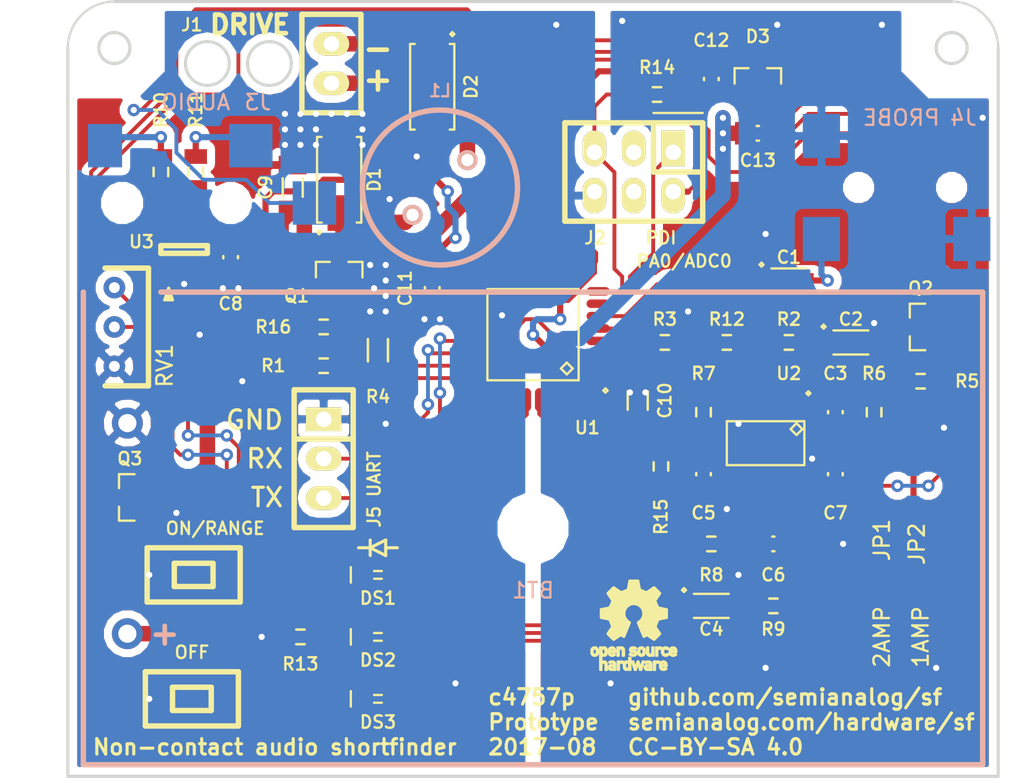
<source format=kicad_pcb>
(kicad_pcb (version 20170123) (host pcbnew "(2017-08-18 revision 6be2f2934)-master")
  (layers (0 F.Cu signal) (31 B.Cu signal) (34 B.Paste user) (35 F.Paste user) (36 B.SilkS user) (37 F.SilkS user) (38 B.Mask user) (39 F.Mask user) (44 Edge.Cuts user))
  (net 0 "")
  (net 1 "Net-(Q1-Pad1)")
  (net 2 "Net-(D1-Pad1)")
  (net 3 "Net-(C6-Pad1)")
  (net 4 "Net-(Q2-Pad2)")
  (net 5 "Net-(C3-Pad2)")
  (net 6 "Net-(C2-Pad1)")
  (net 7 "Net-(C4-Pad1)")
  (net 8 "Net-(C1-Pad1)")
  (net 9 "Net-(D2-Pad2)")
  (net 10 "Net-(C3-Pad1)")
  (net 11 GND)
  (net 12 "Net-(C5-Pad2)")
  (net 13 "Net-(C6-Pad2)")
  (net 14 +3)
  (net 15 "Net-(U1-Pad19)")
  (net 16 "Net-(U1-Pad20)")
  (net 17 "Net-(R11-Pad2)")
  (net 18 "Net-(R10-Pad2)")
  (net 19 "Net-(J3-Pad1)")
  (net 20 "Net-(J3-Pad2)")
  (net 21 "Net-(R12-Pad1)")
  (net 22 "Net-(C1-Pad2)")
  (net 23 "Net-(DS1-Pad1)")
  (net 24 "Net-(J2-Pad3)")
  (net 25 "Net-(J2-Pad4)")
  (net 26 "Net-(C10-Pad1)")
  (net 27 /RX)
  (net 28 /TX)
  (net 29 "Net-(BT1-Pad1)")
  (net 30 AUDIO_B)
  (net 31 AUDIO_A)
  (net 32 GAIN)
  (net 33 IND_20mA)
  (net 34 IND_100mA)
  (net 35 IND_1A)
  (net 36 ~SW_RANGE)
  (net 37 ~SW_OFF)
  (net 38 /PDI_D)
  (net 39 /PDI_C)
  (net 40 SIGNAL)
  (net 41 ISENSE)
  (net 42 AMPPWR)
  (net 43 DRIVE)
  (net 44 BIAS)
  (net 45 AUDIO_DET)
  (net 46 POT_EN)
  (net 47 VOLUME)
  (net 48 "Net-(U1-Pad6)")
  (net 49 BOOST_IN)
  (net 50 "Net-(C12-Pad1)")
  (net 51 BOOST_SW)
  (net 52 /BOOST_GND)
  (module conn-test:JUMPER-SOLDER-SMD (layer F.Cu) (at 52.5 37.5 180)
    (fp_text reference JP1 (at 0 2.75 270) (layer F.SilkS))
    (fp_text value 2AMP (at 0 -3.5 270) (layer F.SilkS))
    (fp_arc (start 0 0.1524) (end 0.762 0.1524) (angle 90) (layer F.Cu) (width 0.15))
    (fp_arc (start 0 0.1524) (end 0 0.9144) (angle 90) (layer F.Cu) (width 0.15))
    (fp_arc (start 0 -0.1524) (end -0.762 -0.1524) (angle 90) (layer F.Cu) (width 0.15))
    (fp_arc (start 0 -0.1524) (end 0 -0.9144) (angle 90) (layer F.Cu) (width 0.15))
    (fp_line (start -0.762 -0.1524) (end 0.762 -0.1524) (layer F.Cu) (width 0.15))
    (fp_line (start -0.762 0.1524) (end 0.762 0.1524) (layer F.Cu) (width 0.15))
    (fp_line (start 0.6096 0.4572) (end 0.6096 0.508) (layer F.Cu) (width 0.15))
    (fp_line (start -0.6604 0.4572) (end 0.6096 0.4572) (layer F.Cu) (width 0.15))
    (fp_line (start -0.6604 0.3556) (end -0.6604 0.4572) (layer F.Cu) (width 0.15))
    (fp_line (start 0.6604 0.3556) (end -0.6604 0.3556) (layer F.Cu) (width 0.15))
    (fp_line (start 0.6604 0.254) (end 0.6604 0.3556) (layer F.Cu) (width 0.15))
    (fp_line (start -0.7112 0.254) (end 0.6604 0.254) (layer F.Cu) (width 0.15))
    (fp_line (start 0.3048 0.8128) (end -0.254 0.8128) (layer F.Cu) (width 0.15))
    (fp_line (start 0.3048 0.762) (end 0.3048 0.8128) (layer F.Cu) (width 0.15))
    (fp_line (start -0.4064 0.762) (end 0.3048 0.762) (layer F.Cu) (width 0.15))
    (fp_line (start -0.4064 0.7112) (end -0.4064 0.762) (layer F.Cu) (width 0.15))
    (fp_line (start 0.4572 0.7112) (end -0.4064 0.7112) (layer F.Cu) (width 0.15))
    (fp_line (start 0.4572 0.6604) (end 0.4572 0.7112) (layer F.Cu) (width 0.15))
    (fp_line (start -0.508 0.6604) (end 0.4572 0.6604) (layer F.Cu) (width 0.15))
    (fp_line (start -0.508 0.5588) (end -0.508 0.6604) (layer F.Cu) (width 0.15))
    (fp_line (start 0.6096 0.5588) (end -0.508 0.5588) (layer F.Cu) (width 0.15))
    (fp_line (start 0.6096 0.4572) (end 0.6096 0.5588) (layer F.Cu) (width 0.15))
    (fp_line (start -0.3048 -0.8128) (end 0.254 -0.8128) (layer F.Cu) (width 0.15))
    (fp_line (start -0.3556 -0.762) (end -0.3048 -0.8128) (layer F.Cu) (width 0.15))
    (fp_line (start 0.3556 -0.762) (end -0.3556 -0.762) (layer F.Cu) (width 0.15))
    (fp_line (start 0.4572 -0.6604) (end 0.3556 -0.762) (layer F.Cu) (width 0.15))
    (fp_line (start -0.508 -0.6604) (end 0.4572 -0.6604) (layer F.Cu) (width 0.15))
    (fp_line (start -0.5588 -0.5588) (end -0.508 -0.6604) (layer F.Cu) (width 0.15))
    (fp_line (start 0.6096 -0.5588) (end -0.5588 -0.5588) (layer F.Cu) (width 0.15))
    (fp_line (start 0.6096 -0.4572) (end 0.6096 -0.5588) (layer F.Cu) (width 0.15))
    (fp_line (start -0.6604 -0.4572) (end 0.6096 -0.4572) (layer F.Cu) (width 0.15))
    (fp_line (start -0.6604 -0.3556) (end -0.6604 -0.4572) (layer F.Cu) (width 0.15))
    (fp_line (start 0.6604 -0.3556) (end -0.6604 -0.3556) (layer F.Cu) (width 0.15))
    (fp_line (start 0.6604 -0.254) (end 0.6604 -0.3556) (layer F.Cu) (width 0.15))
    (fp_line (start -0.6604 -0.254) (end 0.6604 -0.254) (layer F.Cu) (width 0.15))
    (pad 1 smd trapezoid (at 0 0.5 90) (size 0.6 1) (rect_delta 0.1 0) (layers F.Cu F.Mask) (net 3 "Net-(C6-Pad1)"))
    (pad 2 smd trapezoid (at 0 -0.5 270) (size 0.6 1) (rect_delta 0.1 0) (layers F.Cu F.Mask) (net 40 SIGNAL))
  )
  (module conn-test:JUMPER-SOLDER-SMD (layer F.Cu) (at 55 37.5 180)
    (fp_text reference JP2 (at 0.25 2.5 270) (layer F.SilkS))
    (fp_text value 1AMP (at 0 -3.5 270) (layer F.SilkS))
    (fp_line (start -0.6604 -0.254) (end 0.6604 -0.254) (layer F.Cu) (width 0.15))
    (fp_line (start 0.6604 -0.254) (end 0.6604 -0.3556) (layer F.Cu) (width 0.15))
    (fp_line (start 0.6604 -0.3556) (end -0.6604 -0.3556) (layer F.Cu) (width 0.15))
    (fp_line (start -0.6604 -0.3556) (end -0.6604 -0.4572) (layer F.Cu) (width 0.15))
    (fp_line (start -0.6604 -0.4572) (end 0.6096 -0.4572) (layer F.Cu) (width 0.15))
    (fp_line (start 0.6096 -0.4572) (end 0.6096 -0.5588) (layer F.Cu) (width 0.15))
    (fp_line (start 0.6096 -0.5588) (end -0.5588 -0.5588) (layer F.Cu) (width 0.15))
    (fp_line (start -0.5588 -0.5588) (end -0.508 -0.6604) (layer F.Cu) (width 0.15))
    (fp_line (start -0.508 -0.6604) (end 0.4572 -0.6604) (layer F.Cu) (width 0.15))
    (fp_line (start 0.4572 -0.6604) (end 0.3556 -0.762) (layer F.Cu) (width 0.15))
    (fp_line (start 0.3556 -0.762) (end -0.3556 -0.762) (layer F.Cu) (width 0.15))
    (fp_line (start -0.3556 -0.762) (end -0.3048 -0.8128) (layer F.Cu) (width 0.15))
    (fp_line (start -0.3048 -0.8128) (end 0.254 -0.8128) (layer F.Cu) (width 0.15))
    (fp_line (start 0.6096 0.4572) (end 0.6096 0.5588) (layer F.Cu) (width 0.15))
    (fp_line (start 0.6096 0.5588) (end -0.508 0.5588) (layer F.Cu) (width 0.15))
    (fp_line (start -0.508 0.5588) (end -0.508 0.6604) (layer F.Cu) (width 0.15))
    (fp_line (start -0.508 0.6604) (end 0.4572 0.6604) (layer F.Cu) (width 0.15))
    (fp_line (start 0.4572 0.6604) (end 0.4572 0.7112) (layer F.Cu) (width 0.15))
    (fp_line (start 0.4572 0.7112) (end -0.4064 0.7112) (layer F.Cu) (width 0.15))
    (fp_line (start -0.4064 0.7112) (end -0.4064 0.762) (layer F.Cu) (width 0.15))
    (fp_line (start -0.4064 0.762) (end 0.3048 0.762) (layer F.Cu) (width 0.15))
    (fp_line (start 0.3048 0.762) (end 0.3048 0.8128) (layer F.Cu) (width 0.15))
    (fp_line (start 0.3048 0.8128) (end -0.254 0.8128) (layer F.Cu) (width 0.15))
    (fp_line (start -0.7112 0.254) (end 0.6604 0.254) (layer F.Cu) (width 0.15))
    (fp_line (start 0.6604 0.254) (end 0.6604 0.3556) (layer F.Cu) (width 0.15))
    (fp_line (start 0.6604 0.3556) (end -0.6604 0.3556) (layer F.Cu) (width 0.15))
    (fp_line (start -0.6604 0.3556) (end -0.6604 0.4572) (layer F.Cu) (width 0.15))
    (fp_line (start -0.6604 0.4572) (end 0.6096 0.4572) (layer F.Cu) (width 0.15))
    (fp_line (start 0.6096 0.4572) (end 0.6096 0.508) (layer F.Cu) (width 0.15))
    (fp_line (start -0.762 0.1524) (end 0.762 0.1524) (layer F.Cu) (width 0.15))
    (fp_line (start -0.762 -0.1524) (end 0.762 -0.1524) (layer F.Cu) (width 0.15))
    (fp_arc (start 0 -0.1524) (end 0 -0.9144) (angle 90) (layer F.Cu) (width 0.15))
    (fp_arc (start 0 -0.1524) (end -0.762 -0.1524) (angle 90) (layer F.Cu) (width 0.15))
    (fp_arc (start 0 0.1524) (end 0 0.9144) (angle 90) (layer F.Cu) (width 0.15))
    (fp_arc (start 0 0.1524) (end 0.762 0.1524) (angle 90) (layer F.Cu) (width 0.15))
    (pad 2 smd trapezoid (at 0 -0.5 270) (size 0.6 1) (rect_delta 0.1 0) (layers F.Cu F.Mask) (net 40 SIGNAL))
    (pad 1 smd trapezoid (at 0 0.5 90) (size 0.6 1) (rect_delta 0.1 0) (layers F.Cu F.Mask) (net 10 "Net-(C3-Pad1)"))
  )
  (module smd-semi:SOT-23-6 (layer F.Cu) (at 7.5 16 90)
    (fp_text reference U3 (at 0.5 -2.75 180) (layer F.SilkS) (effects (font (size 0.8 0.8))))
    (fp_text value 74HC2G04GV,125)
    (pad 5 smd rect (at 1.1 0 90) (size 1.1 0.6) (layers F.Cu F.Paste F.Mask) (net 14 +3))
    (pad 6 smd rect (at 1.1 -0.95 90) (size 1.1 0.6) (layers F.Cu F.Paste F.Mask) (net 18 "Net-(R10-Pad2)"))
    (pad 4 smd rect (at 1.1 0.95 90) (size 1.1 0.6) (layers F.Cu F.Paste F.Mask) (net 17 "Net-(R11-Pad2)"))
    (pad 2 smd rect (at -1.1 0 90) (size 1.1 0.6) (layers F.Cu F.Paste F.Mask) (net 11 GND))
    (pad 3 smd rect (at -1.1 0.95 90) (size 1.1 0.6) (layers F.Cu F.Paste F.Mask) (net 30 AUDIO_B))
    (pad 1 smd rect (at -1.1 -0.95 90) (size 1.1 0.6) (layers F.Cu F.Paste F.Mask) (net 31 AUDIO_A))
  )
  (module conn-100mil:CONN-100MIL-M-1x3 (layer F.Cu) (at 16.5 29.5 270)
    (fp_text reference J5 (at 3.75 -3.25 270) (layer F.SilkS) (effects (font (size 0.8 0.8))))
    (fp_text value UART (at 1 -3.25 270) (layer F.SilkS) (effects (font (size 0.8 0.8))))
    (pad 1 thru_hole rect (at -2.54 0 270) (size 1.524 2.286) (drill 1) (layers *.Cu *.Mask F.SilkS) (net 11 GND))
    (pad 2 thru_hole oval (at 0 0 270) (size 1.524 2.286) (drill 1) (layers *.Cu *.Mask F.SilkS) (net 27 /RX))
    (pad 3 thru_hole oval (at 2.54 0 270) (size 1.524 2.286) (drill 1) (layers *.Cu *.Mask F.SilkS) (net 28 /TX))
  )
  (module conn-test:NET-TIE-1mm (layer B.Cu) (at 34 20.75 45)
    (fp_text reference W1 hide)
    (fp_text value NET-TIE hide)
    (fp_line (start -0.95 0) (end 0.95 0) (layer B.Cu) (width 1))
    (pad 1 smd circle (at -0.949999 0 45) (size 1 1) (layers B.Cu) (net 11 GND))
    (pad 2 smd circle (at 0.949999 0 45) (size 1 1) (layers B.Cu) (net 52 /BOOST_GND))
  )
  (module IPC7351-Nominal:CAPC2012X70 (layer F.Cu) (at 41.5 5 90)
    (fp_text reference C12 (at 2.5 0 180) (layer F.SilkS) (effects (font (size 0.8 0.8))))
    (fp_text value 2u2)
    (pad 2 smd rect (at 0.9 0 90) (size 1.15 1.45) (layers F.Cu F.Paste F.Mask) (net 51 BOOST_SW))
    (pad 1 smd rect (at -0.9 0 90) (size 1.15 1.45) (layers F.Cu F.Paste F.Mask) (net 50 "Net-(C12-Pad1)"))
  )
  (module IPC7351-Nominal:CAPC2012X70 (layer F.Cu) (at 44.5 8.5)
    (fp_text reference C13 (at 0 1.75) (layer F.SilkS) (effects (font (size 0.8 0.8))))
    (fp_text value 2u2)
    (pad 1 smd rect (at -0.9 0) (size 1.15 1.45) (layers F.Cu F.Paste F.Mask) (net 52 /BOOST_GND))
    (pad 2 smd rect (at 0.9 0) (size 1.15 1.45) (layers F.Cu F.Paste F.Mask) (net 42 AMPPWR))
  )
  (module smd-semi:SOT-23 (layer F.Cu) (at 44.5 5 90)
    (fp_text reference D3 (at 2.75 0 180) (layer F.SilkS) (effects (font (size 0.8 0.8))))
    (fp_text value BAT54S)
    (pad 1 smd rect (at -1.1 -0.95 90) (size 1.3 0.9) (layers F.Cu F.Paste F.Mask) (net 49 BOOST_IN))
    (pad 2 smd rect (at -1.1 0.95 90) (size 1.3 0.9) (layers F.Cu F.Paste F.Mask) (net 42 AMPPWR))
    (pad 3 smd rect (at 1.1 0 90) (size 1.3 0.8) (layers F.Cu F.Paste F.Mask) (net 50 "Net-(C12-Pad1)"))
  )
  (module mech:OSHW-6mm (layer F.Cu) (at 36.5 40.25)
    (fp_text reference SYM1 hide)
    (fp_text value OSHW-SCHEM-PCB6mm hide)
  )
  (module smd-semi:SOT-23 (layer F.Cu) (at 4 32 180)
    (fp_text reference Q3 (at 0 2.5 180) (layer F.SilkS) (effects (font (size 0.8 0.8))))
    (fp_text value IRLML6402)
    (pad 1 smd rect (at -1.1 -0.95 180) (size 1.3 0.9) (layers F.Cu F.Paste F.Mask) (net 11 GND))
    (pad 2 smd rect (at -1.1 0.95 180) (size 1.3 0.9) (layers F.Cu F.Paste F.Mask) (net 14 +3))
    (pad 3 smd rect (at 1.1 0 180) (size 1.3 0.8) (layers F.Cu F.Paste F.Mask) (net 29 "Net-(BT1-Pad1)"))
  )
  (module IPC7351-Nominal:QFP80P900X900X120-32 (layer F.Cu) (at 30 21.5 180)
    (fp_text reference U1 (at -3.5 -6 180) (layer F.SilkS) (effects (font (size 0.8 0.8))))
    (fp_text value ATXMEGA8E5-AU)
    (pad 1 smd oval (at -4.2 -2.8 180) (size 1.5 0.55) (layers F.Cu F.Paste F.Mask) (net 11 GND))
    (pad 2 smd oval (at -4.2 -2 180) (size 1.5 0.55) (layers F.Cu F.Paste F.Mask) (net 44 BIAS))
    (pad 3 smd oval (at -4.2 -1.2 180) (size 1.5 0.55) (layers F.Cu F.Paste F.Mask) (net 44 BIAS))
    (pad 4 smd oval (at -4.2 -0.4 180) (size 1.5 0.55) (layers F.Cu F.Paste F.Mask) (net 41 ISENSE))
    (pad 5 smd oval (at -4.2 0.4 180) (size 1.5 0.55) (layers F.Cu F.Paste F.Mask) (net 40 SIGNAL))
    (pad 6 smd oval (at -4.2 1.2 180) (size 1.5 0.55) (layers F.Cu F.Paste F.Mask) (net 48 "Net-(U1-Pad6)"))
    (pad 7 smd oval (at -4.2 2 180) (size 1.5 0.55) (layers F.Cu F.Paste F.Mask) (net 38 /PDI_D))
    (pad 8 smd oval (at -4.2 2.8 180) (size 1.5 0.55) (layers F.Cu F.Paste F.Mask) (net 39 /PDI_C))
    (pad 9 smd oval (at -2.8 4.2 180) (size 0.55 1.5) (layers F.Cu F.Paste F.Mask) (net 32 GAIN))
    (pad 10 smd oval (at -2 4.2 180) (size 0.55 1.5) (layers F.Cu F.Paste F.Mask) (net 51 BOOST_SW))
    (pad 11 smd oval (at -1.2 4.2 180) (size 0.55 1.5) (layers F.Cu F.Paste F.Mask) (net 49 BOOST_IN))
    (pad 12 smd oval (at -0.4 4.2 180) (size 0.55 1.5) (layers F.Cu F.Paste F.Mask) (net 49 BOOST_IN))
    (pad 13 smd oval (at 0.4 4.2 180) (size 0.55 1.5) (layers F.Cu F.Paste F.Mask) (net 49 BOOST_IN))
    (pad 14 smd oval (at 1.2 4.2 180) (size 0.55 1.5) (layers F.Cu F.Paste F.Mask) (net 45 AUDIO_DET))
    (pad 15 smd oval (at 2 4.2 180) (size 0.55 1.5) (layers F.Cu F.Paste F.Mask) (net 30 AUDIO_B))
    (pad 16 smd oval (at 2.8 4.2 180) (size 0.55 1.5) (layers F.Cu F.Paste F.Mask) (net 31 AUDIO_A))
    (pad 17 smd oval (at 4.2 2.8 180) (size 1.5 0.55) (layers F.Cu F.Paste F.Mask) (net 14 +3))
    (pad 18 smd oval (at 4.2 2 180) (size 1.5 0.55) (layers F.Cu F.Paste F.Mask) (net 11 GND))
    (pad 19 smd oval (at 4.2 1.2 180) (size 1.5 0.55) (layers F.Cu F.Paste F.Mask) (net 15 "Net-(U1-Pad19)"))
    (pad 20 smd oval (at 4.2 0.4 180) (size 1.5 0.55) (layers F.Cu F.Paste F.Mask) (net 16 "Net-(U1-Pad20)"))
    (pad 21 smd oval (at 4.2 -0.4 180) (size 1.5 0.55) (layers F.Cu F.Paste F.Mask) (net 28 /TX))
    (pad 22 smd oval (at 4.2 -1.2 180) (size 1.5 0.55) (layers F.Cu F.Paste F.Mask) (net 27 /RX))
    (pad 23 smd oval (at 4.2 -2 180) (size 1.5 0.55) (layers F.Cu F.Paste F.Mask) (net 41 ISENSE))
    (pad 24 smd oval (at 4.2 -2.8 180) (size 1.5 0.55) (layers F.Cu F.Paste F.Mask) (net 43 DRIVE))
    (pad 25 smd oval (at 2.8 -4.2 180) (size 0.55 1.5) (layers F.Cu F.Paste F.Mask) (net 46 POT_EN))
    (pad 26 smd oval (at 2 -4.2 180) (size 0.55 1.5) (layers F.Cu F.Paste F.Mask) (net 47 VOLUME))
    (pad 27 smd oval (at 1.2 -4.2 180) (size 0.55 1.5) (layers F.Cu F.Paste F.Mask) (net 37 ~SW_OFF))
    (pad 28 smd oval (at 0.4 -4.2 180) (size 0.55 1.5) (layers F.Cu F.Paste F.Mask) (net 36 ~SW_RANGE))
    (pad 29 smd oval (at -0.4 -4.2 180) (size 0.55 1.5) (layers F.Cu F.Paste F.Mask) (net 33 IND_20mA))
    (pad 30 smd oval (at -1.2 -4.2 180) (size 0.55 1.5) (layers F.Cu F.Paste F.Mask) (net 34 IND_100mA))
    (pad 31 smd oval (at -2 -4.2 180) (size 0.55 1.5) (layers F.Cu F.Paste F.Mask) (net 35 IND_1A))
    (pad 32 smd oval (at -2.8 -4.2 180) (size 0.55 1.5) (layers F.Cu F.Paste F.Mask) (net 26 "Net-(C10-Pad1)"))
  )
  (module RV1 (layer F.Cu) (at 3 21 90)
    (fp_text reference RV1 (at -2.5 3.25 90) (layer F.SilkS))
    (fp_text value "100k(VOL)")
    (pad 1 thru_hole circle (at -2.54 0 90) (size 1.4 1.4) (drill 0.7) (layers *.Cu *.Mask) (net 11 GND))
    (pad 2 thru_hole circle (at 0 0 90) (size 1.4 1.4) (drill 0.7) (layers *.Cu *.Mask) (net 47 VOLUME))
    (pad 3 thru_hole circle (at 2.54 0 90) (size 1.4 1.4) (drill 0.7) (layers *.Cu *.Mask) (net 46 POT_EN))
  )
  (module conn-100mil:CONN-100MIL-M-1x2 (layer F.Cu) (at 17 4 90)
    (fp_text reference J1 (at 2.5 -9 180) (layer F.SilkS) (effects (font (size 0.8 0.8))))
    (fp_text value DRIVE)
    (pad 1 thru_hole oval (at -1.27 0 90) (size 1.524 2.286) (drill 1) (layers *.Cu *.Mask F.SilkS) (net 9 "Net-(D2-Pad2)"))
    (pad 2 thru_hole oval (at 1.27 0 90) (size 1.524 2.286) (drill 1) (layers *.Cu *.Mask F.SilkS) (net 41 ISENSE))
  )
  (module BT1 (layer B.Cu) (at 30 34 180)
    (fp_text reference BT1 (at 0 -4 180) (layer B.SilkS) (effects (justify mirror)))
    (fp_text value 2xAA)
    (pad 2 thru_hole circle (at 26.16 6.795 180) (size 2 2) (drill 1.17) (layers *.Cu *.Mask) (net 11 GND))
    (pad 1 thru_hole circle (at 26.16 -6.795 180) (size 2 2) (drill 1.17) (layers *.Cu *.Mask) (net 29 "Net-(BT1-Pad1)"))
    (pad "" np_thru_hole circle (at 0 0 180) (size 3.56 3.56) (drill 3.56) (layers *.Cu *.Mask))
  )
  (module IPC7351-Nominal:RESC2012X50 (layer F.Cu) (at 38.25 30 90)
    (fp_text reference R15 (at -3.25 0 90) (layer F.SilkS) (effects (font (size 0.8 0.8))))
    (fp_text value 15)
    (pad 1 smd rect (at -1 0 90) (size 0.95 1.45) (layers F.Cu F.Paste F.Mask) (net 26 "Net-(C10-Pad1)"))
    (pad 2 smd rect (at 1 0 90) (size 0.95 1.45) (layers F.Cu F.Paste F.Mask) (net 14 +3))
  )
  (module IPC7351-Nominal:RESC2012X50 (layer F.Cu) (at 16.5 23.5 180)
    (fp_text reference R1 (at 3.25 0 180) (layer F.SilkS) (effects (font (size 0.8 0.8))))
    (fp_text value 15)
    (pad 1 smd rect (at -1 0 180) (size 0.95 1.45) (layers F.Cu F.Paste F.Mask) (net 1 "Net-(Q1-Pad1)"))
    (pad 2 smd rect (at 1 0 180) (size 0.95 1.45) (layers F.Cu F.Paste F.Mask) (net 43 DRIVE))
  )
  (module IPC7351-Nominal:RESC2012X50 (layer F.Cu) (at 16.5 21)
    (fp_text reference R16 (at -3.25 0) (layer F.SilkS) (effects (font (size 0.8 0.8))))
    (fp_text value 10k)
    (pad 1 smd rect (at -1 0) (size 0.95 1.45) (layers F.Cu F.Paste F.Mask) (net 43 DRIVE))
    (pad 2 smd rect (at 1 0) (size 0.95 1.45) (layers F.Cu F.Paste F.Mask) (net 14 +3))
  )
  (module IPC7351-Nominal:CAPC3216X70 (layer F.Cu) (at 36.75 25.75 90)
    (fp_text reference C10 (at 0 1.75 90) (layer F.SilkS) (effects (font (size 0.8 0.8))))
    (fp_text value 22u)
    (pad 1 smd rect (at -1.45 0 90) (size 1.2 1.8) (layers F.Cu F.Paste F.Mask) (net 26 "Net-(C10-Pad1)"))
    (pad 2 smd rect (at 1.45 0 90) (size 1.2 1.8) (layers F.Cu F.Paste F.Mask) (net 11 GND))
  )
  (module IPC7351-Nominal:RESC2012X50 (layer F.Cu) (at 38 6)
    (fp_text reference R14 (at 0 -1.75) (layer F.SilkS) (effects (font (size 0.8 0.8))))
    (fp_text value 10k)
    (pad 1 smd rect (at -1 0) (size 0.95 1.45) (layers F.Cu F.Paste F.Mask) (net 39 /PDI_C))
    (pad 2 smd rect (at 1 0) (size 0.95 1.45) (layers F.Cu F.Paste F.Mask) (net 14 +3))
  )
  (module conn-100mil:CONN-100MIL-M-2x3 (layer F.Cu) (at 36.5 11 180)
    (fp_text reference J2 (at 2.5 -4.25 180) (layer F.SilkS) (effects (font (size 0.8 0.8))))
    (fp_text value PDI (at -1.75 -4.25 180) (layer F.SilkS) (effects (font (size 0.8 0.8))))
    (pad 1 thru_hole rect (at -2.54 1.27 180) (size 1.524 2.286) (drill 1 (offset 0 0.254)) (layers *.Cu *.Mask F.SilkS) (net 38 /PDI_D))
    (pad 3 thru_hole oval (at 0 1.27 180) (size 1.524 2.286) (drill 1 (offset 0 0.254)) (layers *.Cu *.Mask F.SilkS) (net 24 "Net-(J2-Pad3)"))
    (pad 5 thru_hole oval (at 2.54 1.27 180) (size 1.524 2.286) (drill 1 (offset 0 0.254)) (layers *.Cu *.Mask F.SilkS) (net 39 /PDI_C))
    (pad 2 thru_hole oval (at -2.54 -1.27 180) (size 1.524 2.286) (drill 1 (offset 0 -0.254)) (layers *.Cu *.Mask F.SilkS) (net 14 +3))
    (pad 4 thru_hole oval (at 0 -1.27 180) (size 1.524 2.286) (drill 1 (offset 0 -0.254)) (layers *.Cu *.Mask F.SilkS) (net 25 "Net-(J2-Pad4)"))
    (pad 6 thru_hole oval (at 2.54 -1.27 180) (size 1.524 2.286) (drill 1 (offset 0 -0.254)) (layers *.Cu *.Mask F.SilkS) (net 11 GND))
  )
  (module IPC7351-Nominal:RESC2012X50 (layer F.Cu) (at 15 41)
    (fp_text reference R13 (at 0 1.75) (layer F.SilkS) (effects (font (size 0.8 0.8))))
    (fp_text value 1k)
    (pad 1 smd rect (at -1 0) (size 0.95 1.45) (layers F.Cu F.Paste F.Mask) (net 11 GND))
    (pad 2 smd rect (at 1 0) (size 0.95 1.45) (layers F.Cu F.Paste F.Mask) (net 23 "Net-(DS1-Pad1)"))
  )
  (module smd-semi:LED-0603 (layer F.Cu) (at 20 41)
    (fp_text reference DS2 (at 0 1.5) (layer F.SilkS) (effects (font (size 0.8 0.8))))
    (fp_text value 100mA)
    (pad 1 smd rect (at -0.89916 0) (size 0.89916 0.8001) (layers F.Cu F.Paste F.Mask) (net 23 "Net-(DS1-Pad1)"))
    (pad 2 smd rect (at 0.89916 0) (size 0.89916 0.8001) (layers F.Cu F.Paste F.Mask) (net 34 IND_100mA))
  )
  (module smd-semi:LED-0603 (layer F.Cu) (at 20 37)
    (fp_text reference DS1 (at 0 1.5) (layer F.SilkS) (effects (font (size 0.8 0.8))))
    (fp_text value 20mA)
    (pad 2 smd rect (at 0.89916 0) (size 0.89916 0.8001) (layers F.Cu F.Paste F.Mask) (net 33 IND_20mA))
    (pad 1 smd rect (at -0.89916 0) (size 0.89916 0.8001) (layers F.Cu F.Paste F.Mask) (net 23 "Net-(DS1-Pad1)"))
  )
  (module smd-semi:LED-0603 (layer F.Cu) (at 20 45)
    (fp_text reference DS3 (at 0 1.5) (layer F.SilkS) (effects (font (size 0.8 0.8))))
    (fp_text value 1A)
    (pad 1 smd rect (at -0.89916 0) (size 0.89916 0.8001) (layers F.Cu F.Paste F.Mask) (net 23 "Net-(DS1-Pad1)"))
    (pad 2 smd rect (at 0.89916 0) (size 0.89916 0.8001) (layers F.Cu F.Paste F.Mask) (net 35 IND_1A))
  )
  (module manuf:TE-FSMSM (layer F.Cu) (at 8 45)
    (fp_text reference SW1)
    (fp_text value OFF (at 0 -3) (layer F.SilkS) (effects (font (size 0.8 0.8))))
    (pad 2 smd rect (at 4.595 0) (size 2.19 1.6) (layers F.Cu F.Paste F.Mask) (net 37 ~SW_OFF))
    (pad 1 smd rect (at -4.595 0) (size 2.19 1.6) (layers F.Cu F.Paste F.Mask) (net 11 GND))
  )
  (module manuf:TE-FSMSM (layer F.Cu) (at 8.115001 37)
    (fp_text reference SW2)
    (fp_text value ON/RANGE (at 1.384999 -3) (layer F.SilkS) (effects (font (size 0.8 0.8))))
    (pad 1 smd rect (at -4.595 0) (size 2.19 1.6) (layers F.Cu F.Paste F.Mask) (net 11 GND))
    (pad 2 smd rect (at 4.595 0) (size 2.19 1.6) (layers F.Cu F.Paste F.Mask) (net 36 ~SW_RANGE))
  )
  (module IPC7351-Nominal:CAPMP2013X120 (layer F.Cu) (at 50.5 22)
    (fp_text reference C2 (at 0 -1.5) (layer F.SilkS) (effects (font (size 0.8 0.8))))
    (fp_text value 4u7/10)
    (pad 1 smd rect (at -0.85 0) (size 1.5 0.95) (layers F.Cu F.Paste F.Mask) (net 6 "Net-(C2-Pad1)"))
    (pad 2 smd rect (at 0.85 0) (size 1.5 0.95) (layers F.Cu F.Paste F.Mask) (net 11 GND))
  )
  (module IPC7351-Nominal:CAPMP2013X120 (layer F.Cu) (at 46.5 18)
    (fp_text reference C1 (at 0 -1.5) (layer F.SilkS) (effects (font (size 0.8 0.8))))
    (fp_text value 4u7/10)
    (pad 2 smd rect (at 0.85 0) (size 1.5 0.95) (layers F.Cu F.Paste F.Mask) (net 22 "Net-(C1-Pad2)"))
    (pad 1 smd rect (at -0.85 0) (size 1.5 0.95) (layers F.Cu F.Paste F.Mask) (net 8 "Net-(C1-Pad1)"))
  )
  (module IPC7351-Nominal:CAPMP2013X120 (layer F.Cu) (at 41.5 39)
    (fp_text reference C4 (at 0 1.5) (layer F.SilkS) (effects (font (size 0.8 0.8))))
    (fp_text value 4u7/10)
    (pad 1 smd rect (at -0.85 0) (size 1.5 0.95) (layers F.Cu F.Paste F.Mask) (net 7 "Net-(C4-Pad1)"))
    (pad 2 smd rect (at 0.85 0) (size 1.5 0.95) (layers F.Cu F.Paste F.Mask) (net 11 GND))
  )
  (module IPC7351-Nominal:RESC2012X50 (layer F.Cu) (at 42.5 22 180)
    (fp_text reference R12 (at 0 1.5 180) (layer F.SilkS) (effects (font (size 0.8 0.8))))
    (fp_text value 10k)
    (pad 1 smd rect (at -1 0 180) (size 0.95 1.45) (layers F.Cu F.Paste F.Mask) (net 21 "Net-(R12-Pad1)"))
    (pad 2 smd rect (at 1 0 180) (size 0.95 1.45) (layers F.Cu F.Paste F.Mask) (net 8 "Net-(C1-Pad1)"))
  )
  (module IPC7351-Nominal:CAPC3216X70 (layer F.Cu) (at 14.5 12 90)
    (fp_text reference C9 (at 0 -1.75 90) (layer F.SilkS) (effects (font (size 0.8 0.8))))
    (fp_text value 22u)
    (pad 1 smd rect (at -1.45 0 90) (size 1.2 1.8) (layers F.Cu F.Paste F.Mask) (net 14 +3))
    (pad 2 smd rect (at 1.45 0 90) (size 1.2 1.8) (layers F.Cu F.Paste F.Mask) (net 11 GND))
  )
  (module J3 (layer B.Cu) (at 60 12)
    (fp_text reference J4 (at -2.25 -4.5) (layer B.SilkS) (effects (justify mirror)))
    (fp_text value PROBE (at -6.25 -4.5) (layer B.SilkS) (effects (justify mirror)))
    (pad 1 smd rect (at -1.7 3.325) (size 2.4 2.85) (layers B.Cu B.Paste B.Mask) (net 11 GND))
    (pad 2 smd rect (at -11.4 3.325) (size 2.4 2.85) (layers B.Cu B.Paste B.Mask) (net 22 "Net-(C1-Pad2)"))
    (pad 3 smd rect (at -11.4 -3.325) (size 2.4 2.85) (layers B.Cu B.Paste B.Mask) (net 11 GND))
    (pad "" np_thru_hole circle (at -3 0) (size 1 1) (drill 1) (layers *.Cu *.Mask))
    (pad "" np_thru_hole circle (at -9 0) (size 1 1) (drill 1) (layers *.Cu *.Mask))
  )
  (module J3 (layer B.Cu) (at 0 13 180)
    (fp_text reference J3 (at -12.25 6.5 180) (layer B.SilkS) (effects (justify mirror)))
    (fp_text value AUDIO (at -8.25 6.5 180) (layer B.SilkS) (effects (justify mirror)))
    (pad "" np_thru_hole circle (at -10.5 0 180) (size 1.7 1.7) (drill 1.7) (layers *.Cu *.Mask))
    (pad "" np_thru_hole circle (at -3.5 0 180) (size 1.7 1.7) (drill 1.7) (layers *.Cu *.Mask))
    (pad 3 smd rect (at -15.9 0 180) (size 2.8 2.8) (layers B.Cu B.Paste B.Mask) (net 45 AUDIO_DET))
    (pad 2 smd rect (at -11.8 3.7 180) (size 2.8 2.8) (layers B.Cu B.Paste B.Mask) (net 20 "Net-(J3-Pad2)"))
    (pad 1 smd rect (at -2.4 3.7 180) (size 2.2 2.8) (layers B.Cu B.Paste B.Mask) (net 19 "Net-(J3-Pad1)"))
  )
  (module IPC7351-Nominal:CAPC2012X70 (layer F.Cu) (at 10.5 16.5 270)
    (fp_text reference C8 (at 3 0) (layer F.SilkS) (effects (font (size 0.8 0.8))))
    (fp_text value 2u2)
    (pad 1 smd rect (at -0.9 0 270) (size 1.15 1.45) (layers F.Cu F.Paste F.Mask) (net 14 +3))
    (pad 2 smd rect (at 0.9 0 270) (size 1.15 1.45) (layers F.Cu F.Paste F.Mask) (net 11 GND))
  )
  (module IPC7351-Nominal:RESC2012X50 (layer F.Cu) (at 8.25 11 270)
    (fp_text reference R11 (at -4 0 270) (layer F.SilkS) (effects (font (size 0.8 0.8))))
    (fp_text value 15)
    (pad 2 smd rect (at 1 0 270) (size 0.95 1.45) (layers F.Cu F.Paste F.Mask) (net 17 "Net-(R11-Pad2)"))
    (pad 1 smd rect (at -1 0 270) (size 0.95 1.45) (layers F.Cu F.Paste F.Mask) (net 20 "Net-(J3-Pad2)"))
  )
  (module IPC7351-Nominal:RESC2012X50 (layer F.Cu) (at 6 11 270)
    (fp_text reference R10 (at -4 0 270) (layer F.SilkS) (effects (font (size 0.8 0.8))))
    (fp_text value 15)
    (pad 1 smd rect (at -1 0 270) (size 0.95 1.45) (layers F.Cu F.Paste F.Mask) (net 19 "Net-(J3-Pad1)"))
    (pad 2 smd rect (at 1 0 270) (size 0.95 1.45) (layers F.Cu F.Paste F.Mask) (net 18 "Net-(R10-Pad2)"))
  )
  (module IPC7351-Nominal:CAPC2012X70 (layer F.Cu) (at 49.5 30.5 90)
    (fp_text reference C7 (at -2.5 0 180) (layer F.SilkS) (effects (font (size 0.8 0.8))))
    (fp_text value 2u2)
    (pad 1 smd rect (at -0.9 0 90) (size 1.15 1.45) (layers F.Cu F.Paste F.Mask) (net 42 AMPPWR))
    (pad 2 smd rect (at 0.9 0 90) (size 1.15 1.45) (layers F.Cu F.Paste F.Mask) (net 11 GND))
  )
  (module IPC7351-Nominal:CAPC2012X70 (layer F.Cu) (at 23.5 18.5 270)
    (fp_text reference C11 (at 0 1.75 270) (layer F.SilkS) (effects (font (size 0.8 0.8))))
    (fp_text value 2u2)
    (pad 1 smd rect (at -0.9 0 270) (size 1.15 1.45) (layers F.Cu F.Paste F.Mask) (net 14 +3))
    (pad 2 smd rect (at 0.9 0 270) (size 1.15 1.45) (layers F.Cu F.Paste F.Mask) (net 11 GND))
  )
  (module IPC7351-Nominal:CAPC2012X70 (layer F.Cu) (at 45.5 35 180)
    (fp_text reference C6 (at 0 -2 180) (layer F.SilkS) (effects (font (size 0.8 0.8))))
    (fp_text value 1n5)
    (pad 2 smd rect (at 0.9 0 180) (size 1.15 1.45) (layers F.Cu F.Paste F.Mask) (net 13 "Net-(C6-Pad2)"))
    (pad 1 smd rect (at -0.9 0 180) (size 1.15 1.45) (layers F.Cu F.Paste F.Mask) (net 3 "Net-(C6-Pad1)"))
  )
  (module IPC7351-Nominal:CAPC2012X70 (layer F.Cu) (at 41 30.5 90)
    (fp_text reference C5 (at -2.5 0 -180) (layer F.SilkS) (effects (font (size 0.8 0.8))))
    (fp_text value 1n5)
    (pad 1 smd rect (at -0.9 0 90) (size 1.15 1.45) (layers F.Cu F.Paste F.Mask) (net 11 GND))
    (pad 2 smd rect (at 0.9 0 90) (size 1.15 1.45) (layers F.Cu F.Paste F.Mask) (net 12 "Net-(C5-Pad2)"))
  )
  (module IPC7351-Nominal:CAPC2012X70 (layer F.Cu) (at 49.5 26.5 90)
    (fp_text reference C3 (at 2.5 0 180) (layer F.SilkS) (effects (font (size 0.8 0.8))))
    (fp_text value 1n5)
    (pad 2 smd rect (at 0.9 0 90) (size 1.15 1.45) (layers F.Cu F.Paste F.Mask) (net 5 "Net-(C3-Pad2)"))
    (pad 1 smd rect (at -0.9 0 90) (size 1.15 1.45) (layers F.Cu F.Paste F.Mask) (net 10 "Net-(C3-Pad1)"))
  )
  (module IPC7351-Nominal:DIOM5326X292 (layer F.Cu) (at 17.5 11.5 90)
    (fp_text reference D1 (at 0 2.25 90) (layer F.SilkS) (effects (font (size 0.8 0.8))))
    (fp_text value SS12)
    (pad 2 smd rect (at 2.15 0 90) (size 2.3 1.5) (layers F.Cu F.Paste F.Mask) (net 11 GND))
    (pad 1 smd rect (at -2.15 0 90) (size 2.3 1.5) (layers F.Cu F.Paste F.Mask) (net 2 "Net-(D1-Pad1)"))
  )
  (module IPC7351-Nominal:DIOM5326X292 (layer F.Cu) (at 23.5 5.5 270)
    (fp_text reference D2 (at 0 -2.5 270) (layer F.SilkS) (effects (font (size 0.8 0.8))))
    (fp_text value SS12)
    (pad 1 smd rect (at -2.15 0 270) (size 2.3 1.5) (layers F.Cu F.Paste F.Mask) (net 41 ISENSE))
    (pad 2 smd rect (at 2.15 0 270) (size 2.3 1.5) (layers F.Cu F.Paste F.Mask) (net 9 "Net-(D2-Pad2)"))
  )
  (module IPC7351-Nominal:RESC2012X50 (layer F.Cu) (at 45.5 39 180)
    (fp_text reference R9 (at 0 -1.5 180) (layer F.SilkS) (effects (font (size 0.8 0.8))))
    (fp_text value 10k)
    (pad 1 smd rect (at -1 0 180) (size 0.95 1.45) (layers F.Cu F.Paste F.Mask) (net 3 "Net-(C6-Pad1)"))
    (pad 2 smd rect (at 1 0 180) (size 0.95 1.45) (layers F.Cu F.Paste F.Mask) (net 13 "Net-(C6-Pad2)"))
  )
  (module IPC7351-Nominal:RESC2012X50 (layer F.Cu) (at 41.5 35 180)
    (fp_text reference R8 (at 0 -2 180) (layer F.SilkS) (effects (font (size 0.8 0.8))))
    (fp_text value 100)
    (pad 2 smd rect (at 1 0 180) (size 0.95 1.45) (layers F.Cu F.Paste F.Mask) (net 7 "Net-(C4-Pad1)"))
    (pad 1 smd rect (at -1 0 180) (size 0.95 1.45) (layers F.Cu F.Paste F.Mask) (net 13 "Net-(C6-Pad2)"))
  )
  (module IPC7351-Nominal:RESC2012X50 (layer F.Cu) (at 41 26.5 90)
    (fp_text reference R7 (at 2.5 0 180) (layer F.SilkS) (effects (font (size 0.8 0.8))))
    (fp_text value 10k)
    (pad 1 smd rect (at -1 0 90) (size 0.95 1.45) (layers F.Cu F.Paste F.Mask) (net 12 "Net-(C5-Pad2)"))
    (pad 2 smd rect (at 1 0 90) (size 0.95 1.45) (layers F.Cu F.Paste F.Mask) (net 10 "Net-(C3-Pad1)"))
  )
  (module IPC7351-Nominal:RESC2012X50 (layer F.Cu) (at 55 24.5)
    (fp_text reference R5 (at 3 0 180) (layer F.SilkS) (effects (font (size 0.8 0.8))))
    (fp_text value 1k)
    (pad 2 smd rect (at 1 0) (size 0.95 1.45) (layers F.Cu F.Paste F.Mask) (net 4 "Net-(Q2-Pad2)"))
    (pad 1 smd rect (at -1 0) (size 0.95 1.45) (layers F.Cu F.Paste F.Mask) (net 10 "Net-(C3-Pad1)"))
  )
  (module IPC7351-Nominal:RESC2012X50 (layer F.Cu) (at 38.5 22 180)
    (fp_text reference R3 (at 0 1.5 180) (layer F.SilkS) (effects (font (size 0.8 0.8))))
    (fp_text value 10k)
    (pad 1 smd rect (at -1 0 180) (size 0.95 1.45) (layers F.Cu F.Paste F.Mask) (net 8 "Net-(C1-Pad1)"))
    (pad 2 smd rect (at 1 0 180) (size 0.95 1.45) (layers F.Cu F.Paste F.Mask) (net 44 BIAS))
  )
  (module IPC7351-Nominal:RESC2012X50 (layer F.Cu) (at 46.5 22)
    (fp_text reference R2 (at 0 -1.5) (layer F.SilkS) (effects (font (size 0.8 0.8))))
    (fp_text value 100)
    (pad 2 smd rect (at 1 0) (size 0.95 1.45) (layers F.Cu F.Paste F.Mask) (net 6 "Net-(C2-Pad1)"))
    (pad 1 smd rect (at -1 0) (size 0.95 1.45) (layers F.Cu F.Paste F.Mask) (net 5 "Net-(C3-Pad2)"))
  )
  (module IPC7351-Nominal:RESC2012X50 (layer F.Cu) (at 52 26.5 90)
    (fp_text reference R6 (at 2.5 0 180) (layer F.SilkS) (effects (font (size 0.8 0.8))))
    (fp_text value 10k)
    (pad 1 smd rect (at -1 0 90) (size 0.95 1.45) (layers F.Cu F.Paste F.Mask) (net 10 "Net-(C3-Pad1)"))
    (pad 2 smd rect (at 1 0 90) (size 0.95 1.45) (layers F.Cu F.Paste F.Mask) (net 5 "Net-(C3-Pad2)"))
  )
  (module IPC7351-Nominal:RESC3216X60 (layer F.Cu) (at 20 22.5 270)
    (fp_text reference R4 (at 3 0) (layer F.SilkS) (effects (font (size 0.8 0.8))))
    (fp_text value 1R)
    (pad 1 smd rect (at -1.5 0 270) (size 1.05 1.8) (layers F.Cu F.Paste F.Mask) (net 11 GND))
    (pad 2 smd rect (at 1.5 0 270) (size 1.05 1.8) (layers F.Cu F.Paste F.Mask) (net 41 ISENSE))
  )
  (module IPC7351-Nominal:SOIC127P600X175-8 (layer F.Cu) (at 45 28.5 270)
    (fp_text reference U2 (at -4.5 -1.5) (layer F.SilkS) (effects (font (size 0.8 0.8))))
    (fp_text value OPA1662AID)
    (pad 1 smd oval (at -2.7 -1.905 270) (size 1.55 0.6) (layers F.Cu F.Paste F.Mask) (net 10 "Net-(C3-Pad1)"))
    (pad 2 smd oval (at -2.7 -0.635 270) (size 1.55 0.6) (layers F.Cu F.Paste F.Mask) (net 5 "Net-(C3-Pad2)"))
    (pad 3 smd oval (at -2.7 0.635 270) (size 1.55 0.6) (layers F.Cu F.Paste F.Mask) (net 21 "Net-(R12-Pad1)"))
    (pad 4 smd oval (at -2.7 1.905 270) (size 1.55 0.6) (layers F.Cu F.Paste F.Mask) (net 11 GND))
    (pad 5 smd oval (at 2.7 1.905 270) (size 1.55 0.6) (layers F.Cu F.Paste F.Mask) (net 12 "Net-(C5-Pad2)"))
    (pad 6 smd oval (at 2.7 0.635 270) (size 1.55 0.6) (layers F.Cu F.Paste F.Mask) (net 13 "Net-(C6-Pad2)"))
    (pad 7 smd oval (at 2.7 -0.635 270) (size 1.55 0.6) (layers F.Cu F.Paste F.Mask) (net 3 "Net-(C6-Pad1)"))
    (pad 8 smd oval (at 2.7 -1.905 270) (size 1.55 0.6) (layers F.Cu F.Paste F.Mask) (net 42 AMPPWR))
  )
  (module manuf:BOURNS-RLB0914 (layer B.Cu) (at 24 12 225)
    (fp_text reference L1 (at -4.419417 4.419417 180) (layer B.SilkS) (effects (font (size 0.8 0.8)) (justify mirror)))
    (fp_text value 100u)
    (pad 1 thru_hole circle (at -2.5 0 225) (size 1.3 1.3) (drill 0.8) (layers *.Cu *.Mask B.SilkS) (net 9 "Net-(D2-Pad2)"))
    (pad 2 thru_hole circle (at 2.5 0 225) (size 1.3 1.3) (drill 0.8) (layers *.Cu *.Mask B.SilkS) (net 2 "Net-(D1-Pad1)"))
  )
  (module smd-semi:SOT-23 (layer F.Cu) (at 55 21 180)
    (fp_text reference Q2 (at 0 2.5 180) (layer F.SilkS) (effects (font (size 0.8 0.8))))
    (fp_text value FDV301N)
    (pad 1 smd rect (at -1.1 -0.95 180) (size 1.3 0.9) (layers F.Cu F.Paste F.Mask) (net 32 GAIN))
    (pad 2 smd rect (at -1.1 0.95 180) (size 1.3 0.9) (layers F.Cu F.Paste F.Mask) (net 4 "Net-(Q2-Pad2)"))
    (pad 3 smd rect (at 1.1 0 180) (size 1.3 0.8) (layers F.Cu F.Paste F.Mask) (net 5 "Net-(C3-Pad2)"))
  )
  (module smd-semi:SOT-23 (layer F.Cu) (at 17.5 17.5 90)
    (fp_text reference Q1 (at -1.5 -2.75 180) (layer F.SilkS) (effects (font (size 0.8 0.8))))
    (fp_text value IRLML6402)
    (pad 1 smd rect (at -1.1 -0.95 90) (size 1.3 0.9) (layers F.Cu F.Paste F.Mask) (net 1 "Net-(Q1-Pad1)"))
    (pad 2 smd rect (at -1.1 0.95 90) (size 1.3 0.9) (layers F.Cu F.Paste F.Mask) (net 14 +3))
    (pad 3 smd rect (at 1.1 0 90) (size 1.3 0.8) (layers F.Cu F.Paste F.Mask) (net 2 "Net-(D1-Pad1)"))
  )
  (gr_text PA0/ADC0 (at 39.75 16.75) (layer F.SilkS) (effects (font (size 0.8 0.8))))
  (gr_line (start 20.5 35.25) (end 21.25 35.25) (layer F.SilkS) (width 0.2))
  (gr_line (start 19.5 35.25) (end 18.75 35.25) (layer F.SilkS) (width 0.2))
  (gr_line (start 19.5 35.75) (end 19.5 34.75) (layer F.SilkS) (width 0.2))
  (gr_line (start 20.5 34.75) (end 20.5 35.75) (layer F.SilkS) (width 0.2))
  (gr_line (start 19.5 35.25) (end 20.5 34.75) (layer F.SilkS) (width 0.2))
  (gr_line (start 20.5 35.75) (end 19.5 35.25) (layer F.SilkS) (width 0.2))
  (gr_text "\n\nNon-contact audio shortfinder" (at 1.5 46.5) (layer F.SilkS) (effects (font (size 1 1) (thickness 0.2)) (justify left)))
  (gr_text "c4757p\nPrototype\n2017-08" (at 27 46.5) (layer F.SilkS) (effects (font (size 1 1) (thickness 0.2)) (justify left)))
  (gr_text "github.com/semianalog/sf\nsemianalog.com/hardware/sf\nCC-BY-SA 4.0" (at 36 46.5) (layer F.SilkS) (effects (font (size 1 1) (thickness 0.2)) (justify left)))
  (gr_text GND (at 14 27) (layer F.SilkS) (effects (font (size 1.2 1.2) (thickness 0.2)) (justify right)))
  (gr_text TX (at 14 32) (layer F.SilkS) (effects (font (size 1.2 1.2) (thickness 0.2)) (justify right)))
  (gr_text RX (at 14 29.5) (layer F.SilkS) (effects (font (size 1.2 1.2) (thickness 0.2)) (justify right)))
  (gr_text - (at 20 3) (layer F.SilkS) (effects (font (size 1.5 1.5) (thickness 0.3))))
  (gr_text + (at 20 5) (layer F.SilkS) (effects (font (size 1.5 1.5) (thickness 0.3))))
  (gr_arc (start 57 3) (end 60 3) (angle -90) (layer Edge.Cuts) (width 0.15))
  (gr_arc (start 3 3) (end 3 0) (angle -90) (layer Edge.Cuts) (width 0.15))
  (gr_text DRIVE (at 11.75 1.5) (layer F.SilkS) (effects (font (size 1.2 1.2) (thickness 0.3))))
  (gr_line (start 6.5 19) (end 6.75 19.25) (layer F.SilkS) (width 0.2))
  (gr_line (start 6.25 19.25) (end 6.5 19) (layer F.SilkS) (width 0.2))
  (gr_line (start 6.5 18.5) (end 6.5 19.25) (layer F.SilkS) (width 0.2))
  (gr_line (start 6.75 19.25) (end 6.5 18.5) (layer F.SilkS) (width 0.2))
  (gr_line (start 6.25 19.25) (end 6.75 19.25) (layer F.SilkS) (width 0.2))
  (gr_line (start 6.5 18.5) (end 6.25 19.25) (layer F.SilkS) (width 0.2))
  (gr_text + (at 6.25 40.75) (layer B.SilkS) (effects (font (size 1.5 1.5) (thickness 0.3)) (justify mirror)))
  (gr_circle (center 9 4) (end 10 3) (layer Edge.Cuts) (width 0.2))
  (gr_circle (center 13 4) (end 14 3) (layer Edge.Cuts) (width 0.2))
  (gr_circle (center 57 3) (end 56 3) (layer Edge.Cuts) (width 0.2))
  (gr_circle (center 3 3) (end 4 3) (layer Edge.Cuts) (width 0.2))
  (gr_line (start 0 50) (end 0 3) (layer Edge.Cuts) (width 0.2))
  (gr_line (start 60 50) (end 0 50) (layer Edge.Cuts) (width 0.2))
  (gr_line (start 60 3) (end 60 50) (layer Edge.Cuts) (width 0.2))
  (gr_line (start 3 0) (end 57 0) (layer Edge.Cuts) (width 0.2))
  (segment (start 16.5 23.25) (end 16.5 18.65) (width 0.4) (layer F.Cu) (net 1))
  (segment (start 16.5 18.65) (end 16.55 18.6) (width 0.4) (layer F.Cu) (net 1))
  (segment (start 16.75 23.5) (end 16.5 23.25) (width 0.4) (layer F.Cu) (net 1))
  (segment (start 17.5 23.5) (end 16.75 23.5) (width 0.4) (layer F.Cu) (net 1))
  (segment (start 18.1 14.25) (end 21.75 14.25) (width 1) (layer F.Cu) (net 2))
  (segment (start 21.75 14.25) (end 22.232233 13.767767) (width 1) (layer F.Cu) (net 2))
  (segment (start 17.5 13.65) (end 18.1 14.25) (width 1) (layer F.Cu) (net 2))
  (segment (start 17.5 16.4) (end 17.5 13.65) (width 0.5) (layer F.Cu) (net 2))
  (segment (start 52.5 37) (end 52.5 35.75) (width 0.4) (layer F.Cu) (net 3))
  (segment (start 52.5 35.75) (end 52.25 35.5) (width 0.4) (layer F.Cu) (net 3))
  (segment (start 51 35.5) (end 47.5 39) (width 0.4) (layer F.Cu) (net 3))
  (segment (start 52.25 35.5) (end 51 35.5) (width 0.4) (layer F.Cu) (net 3))
  (segment (start 47.5 39) (end 46.5 39) (width 0.4) (layer F.Cu) (net 3))
  (segment (start 46.4 36.9) (end 46.5 37) (width 0.4) (layer F.Cu) (net 3))
  (segment (start 46.5 37) (end 46.5 39) (width 0.4) (layer F.Cu) (net 3))
  (segment (start 46.4 35) (end 46.4 36.9) (width 0.4) (layer F.Cu) (net 3))
  (segment (start 46.4 33.9) (end 45.635 33.135) (width 0.4) (layer F.Cu) (net 3))
  (segment (start 45.635 33.135) (end 45.635 31.2) (width 0.4) (layer F.Cu) (net 3))
  (segment (start 46.4 35) (end 46.4 33.9) (width 0.4) (layer F.Cu) (net 3))
  (segment (start 57.5 20.5) (end 57.05 20.05) (width 0.4) (layer F.Cu) (net 4))
  (segment (start 57.05 20.05) (end 56.1 20.05) (width 0.4) (layer F.Cu) (net 4))
  (segment (start 57.5 24) (end 57.5 20.5) (width 0.4) (layer F.Cu) (net 4))
  (segment (start 57 24.5) (end 57.5 24) (width 0.4) (layer F.Cu) (net 4))
  (segment (start 56 24.5) (end 57 24.5) (width 0.4) (layer F.Cu) (net 4))
  (segment (start 52 24.25) (end 49.5 24.25) (width 0.4) (layer F.Cu) (net 5))
  (segment (start 49.5 24.25) (end 45.885 24.25) (width 0.4) (layer F.Cu) (net 5))
  (segment (start 49.5 25.6) (end 49.5 24.25) (width 0.4) (layer F.Cu) (net 5))
  (segment (start 45.635 25.8) (end 45.635 24.5) (width 0.4) (layer F.Cu) (net 5))
  (segment (start 45.635 24.5) (end 45.635 24.385) (width 0.4) (layer F.Cu) (net 5))
  (segment (start 45.885 24.25) (end 45.635 24.5) (width 0.4) (layer F.Cu) (net 5))
  (segment (start 53.9 22.35) (end 52 24.25) (width 0.4) (layer F.Cu) (net 5))
  (segment (start 52 24.25) (end 52 25.5) (width 0.4) (layer F.Cu) (net 5))
  (segment (start 53.9 21) (end 53.9 22.35) (width 0.4) (layer F.Cu) (net 5))
  (segment (start 45.635 24.385) (end 45.5 24.25) (width 0.4) (layer F.Cu) (net 5))
  (segment (start 45.5 24.25) (end 45.5 22) (width 0.4) (layer F.Cu) (net 5))
  (segment (start 47.5 22) (end 49.65 22) (width 0.4) (layer F.Cu) (net 6))
  (segment (start 40.5 36.75) (end 40.65 36.9) (width 0.4) (layer F.Cu) (net 7))
  (segment (start 40.65 36.9) (end 40.65 39) (width 0.4) (layer F.Cu) (net 7))
  (segment (start 40.5 35) (end 40.5 36.75) (width 0.4) (layer F.Cu) (net 7))
  (segment (start 41.5 20) (end 43.5 18) (width 0.4) (layer F.Cu) (net 8))
  (segment (start 43.5 18) (end 45.65 18) (width 0.4) (layer F.Cu) (net 8))
  (segment (start 41.5 22) (end 41.5 20) (width 0.4) (layer F.Cu) (net 8))
  (segment (start 39.5 22) (end 41.5 22) (width 0.4) (layer F.Cu) (net 8))
  (segment (start 21.65 7.65) (end 19.27 5.27) (width 1) (layer F.Cu) (net 9))
  (segment (start 19.27 5.27) (end 17 5.27) (width 1) (layer F.Cu) (net 9))
  (segment (start 23.5 7.65) (end 21.65 7.65) (width 1) (layer F.Cu) (net 9))
  (segment (start 25.767767 8.267767) (end 25.15 7.65) (width 1) (layer F.Cu) (net 9))
  (segment (start 25.15 7.65) (end 23.5 7.65) (width 1) (layer F.Cu) (net 9))
  (segment (start 25.767767 10.232233) (end 25.767767 8.267767) (width 1) (layer F.Cu) (net 9))
  (segment (start 54.54 34.54) (end 55 35) (width 0.4) (layer F.Cu) (net 10))
  (segment (start 55 35) (end 55 37) (width 0.4) (layer F.Cu) (net 10))
  (segment (start 54.54 28.54) (end 54.54 34.54) (width 0.4) (layer F.Cu) (net 10))
  (segment (start 43.73 26.722) (end 44.008 27) (width 0.25) (layer F.Cu) (net 10))
  (segment (start 44.008 27) (end 47 27) (width 0.25) (layer F.Cu) (net 10))
  (segment (start 43.73 24.817) (end 43.73 26.722) (width 0.25) (layer F.Cu) (net 10))
  (segment (start 42.968 24.055) (end 43.73 24.817) (width 0.25) (layer F.Cu) (net 10))
  (segment (start 41.444 24.055) (end 42.968 24.055) (width 0.25) (layer F.Cu) (net 10))
  (segment (start 41 24.499) (end 41.444 24.055) (width 0.25) (layer F.Cu) (net 10))
  (segment (start 41 25.5) (end 41 24.499) (width 0.25) (layer F.Cu) (net 10))
  (segment (start 46.905 26.905) (end 47 27) (width 0.4) (layer F.Cu) (net 10))
  (segment (start 47 27) (end 47.25 27.25) (width 0.4) (layer F.Cu) (net 10))
  (segment (start 54.54 28.54) (end 53.5 27.5) (width 0.4) (layer F.Cu) (net 10))
  (segment (start 47.25 27.25) (end 47.4 27.4) (width 0.4) (layer F.Cu) (net 10))
  (segment (start 53.5 27.5) (end 54 27) (width 0.4) (layer F.Cu) (net 10))
  (segment (start 54 27) (end 54 24.5) (width 0.4) (layer F.Cu) (net 10))
  (segment (start 52 27.5) (end 53.5 27.5) (width 0.4) (layer F.Cu) (net 10))
  (segment (start 49.5 27.4) (end 51.9 27.4) (width 0.4) (layer F.Cu) (net 10))
  (segment (start 51.9 27.4) (end 52 27.5) (width 0.4) (layer F.Cu) (net 10))
  (segment (start 47.4 27.4) (end 49.5 27.4) (width 0.4) (layer F.Cu) (net 10))
  (segment (start 46.905 25.8) (end 46.905 26.905) (width 0.4) (layer F.Cu) (net 10))
  (segment (start 33 21.75) (end 32 21.75) (width 1) (layer B.Cu) (net 11))
  (segment (start 33.328249 21.421751) (end 33 21.75) (width 1) (layer B.Cu) (net 11))
  (via (at 31.5 1.5) (size 0.8) (drill 0.4) (layers F.Cu B.Cu) (net 11))
  (via (at 35.75 1.25) (size 0.8) (drill 0.4) (layers F.Cu B.Cu) (net 11))
  (via (at 52.5 1.5) (size 0.8) (drill 0.4) (layers F.Cu B.Cu) (net 11))
  (via (at 45.75 1.5) (size 0.8) (drill 0.4) (layers F.Cu B.Cu) (net 11))
  (via (at 25 44) (size 0.8) (drill 0.4) (layers F.Cu B.Cu) (net 11))
  (via (at 7 33) (size 0.8) (drill 0.4) (layers F.Cu B.Cu) (net 11))
  (via (at 8.5 21.5) (size 0.8) (drill 0.4) (layers F.Cu B.Cu) (net 11))
  (via (at 11.25 24.5) (size 0.8) (drill 0.4) (layers F.Cu B.Cu) (net 11))
  (via (at 20.5 27.25) (size 0.8) (drill 0.4) (layers F.Cu B.Cu) (net 11))
  (segment (start 25.8 19.5) (end 27.25 19.5) (width 0.25) (layer F.Cu) (net 11))
  (segment (start 27.25 19.5) (end 28 20.25) (width 0.25) (layer F.Cu) (net 11))
  (segment (start 34.2 24.3) (end 33.50712 24.3) (width 0.25) (layer F.Cu) (net 11))
  (via (at 28 20.25) (size 0.8) (drill 0.4) (layers F.Cu B.Cu) (net 11))
  (via (at 20.75 12.75) (size 0.8) (drill 0.4) (layers F.Cu B.Cu) (net 11))
  (via (at 22.5 10) (size 0.8) (drill 0.4) (layers F.Cu B.Cu) (net 11))
  (via (at 59 7.5) (size 0.8) (drill 0.4) (layers F.Cu B.Cu) (net 11))
  (via (at 45 15) (size 0.8) (drill 0.4) (layers F.Cu B.Cu) (net 11))
  (via (at 40 20) (size 0.8) (drill 0.4) (layers F.Cu B.Cu) (net 11))
  (via (at 56.5 27.5) (size 0.8) (drill 0.4) (layers F.Cu B.Cu) (net 11))
  (via (at 50 35) (size 0.8) (drill 0.4) (layers F.Cu B.Cu) (net 11))
  (via (at 56 43) (size 0.8) (drill 0.4) (layers F.Cu B.Cu) (net 11))
  (via (at 45 43) (size 0.8) (drill 0.4) (layers F.Cu B.Cu) (net 11))
  (via (at 35 44) (size 0.8) (drill 0.4) (layers F.Cu B.Cu) (net 11))
  (segment (start 19.5 18.5) (end 19.5 18) (width 0.4) (layer F.Cu) (net 11))
  (segment (start 19.5 19) (end 19.5 18.5) (width 0.4) (layer F.Cu) (net 11))
  (segment (start 19.5 18.5) (end 19.75 18.5) (width 0.25) (layer F.Cu) (net 11))
  (via (at 19.75 18.5) (size 0.8) (drill 0.4) (layers F.Cu B.Cu) (net 11))
  (segment (start 41 31.4) (end 41.15 31.4) (width 0.25) (layer F.Cu) (net 11))
  (segment (start 41.15 31.4) (end 42.5 32.75) (width 0.25) (layer F.Cu) (net 11))
  (via (at 42.5 32.75) (size 0.8) (drill 0.4) (layers F.Cu B.Cu) (net 11))
  (segment (start 34.2 24.3) (end 36.75 24.3) (width 0.25) (layer F.Cu) (net 11))
  (segment (start 36.75 24.725) (end 37.25 25.225) (width 0.25) (layer F.Cu) (net 11))
  (via (at 37.25 25.225) (size 0.8) (drill 0.4) (layers F.Cu B.Cu) (net 11))
  (segment (start 36.75 24.3) (end 36.75 24.725) (width 0.25) (layer F.Cu) (net 11))
  (segment (start 36.75 24.725) (end 36.25 25.225) (width 0.25) (layer F.Cu) (net 11))
  (via (at 36.25 25.225) (size 0.8) (drill 0.4) (layers F.Cu B.Cu) (net 11))
  (segment (start 23.5 20) (end 24 20.5) (width 0.4) (layer F.Cu) (net 11))
  (via (at 24 20.5) (size 0.8) (drill 0.4) (layers F.Cu B.Cu) (net 11))
  (segment (start 23.5 19.4) (end 23.5 20) (width 0.4) (layer F.Cu) (net 11))
  (segment (start 23.5 20) (end 23 20.5) (width 0.4) (layer F.Cu) (net 11))
  (via (at 23 20.5) (size 0.8) (drill 0.4) (layers F.Cu B.Cu) (net 11))
  (segment (start 25.8 19.5) (end 23.6 19.5) (width 0.4) (layer F.Cu) (net 11))
  (segment (start 23.6 19.5) (end 23.5 19.4) (width 0.4) (layer F.Cu) (net 11))
  (via (at 7.5 18.22499) (size 0.8) (drill 0.4) (layers F.Cu B.Cu) (net 11))
  (segment (start 7.5 17.1) (end 7.5 18.22499) (width 0.4) (layer F.Cu) (net 11))
  (segment (start 3.520001 37) (end 5.25 37) (width 0.25) (layer F.Cu) (net 11))
  (via (at 5.25 37) (size 0.8) (drill 0.4) (layers F.Cu B.Cu) (net 11))
  (segment (start 3.405 45) (end 5.25 45) (width 0.25) (layer F.Cu) (net 11))
  (via (at 5.25 45) (size 0.8) (drill 0.4) (layers F.Cu B.Cu) (net 11))
  (segment (start 14 41) (end 12.5 41) (width 0.4) (layer F.Cu) (net 11))
  (via (at 12.5 41) (size 0.8) (drill 0.4) (layers F.Cu B.Cu) (net 11))
  (segment (start 10.5 18) (end 11 18.5) (width 0.4) (layer F.Cu) (net 11))
  (via (at 11 18.5) (size 0.8) (drill 0.4) (layers F.Cu B.Cu) (net 11))
  (segment (start 10.5 17.4) (end 10.5 18) (width 0.4) (layer F.Cu) (net 11))
  (segment (start 10.5 18) (end 10 18.5) (width 0.4) (layer F.Cu) (net 11))
  (via (at 10 18.5) (size 0.8) (drill 0.4) (layers F.Cu B.Cu) (net 11))
  (segment (start 19 7.25) (end 19 8.25) (width 0.4) (layer F.Cu) (net 11))
  (via (at 19 8.25) (size 0.8) (drill 0.4) (layers F.Cu B.Cu) (net 11))
  (segment (start 18 7.25) (end 19 7.25) (width 0.4) (layer F.Cu) (net 11))
  (via (at 19 7.25) (size 0.8) (drill 0.4) (layers F.Cu B.Cu) (net 11))
  (segment (start 17 7.25) (end 18 7.25) (width 0.4) (layer F.Cu) (net 11))
  (via (at 18 7.25) (size 0.8) (drill 0.4) (layers F.Cu B.Cu) (net 11))
  (segment (start 16 7.25) (end 17 7.25) (width 0.4) (layer F.Cu) (net 11))
  (via (at 17 7.25) (size 0.8) (drill 0.4) (layers F.Cu B.Cu) (net 11))
  (segment (start 16 8.25) (end 16 7.25) (width 0.4) (layer F.Cu) (net 11))
  (via (at 16 7.25) (size 0.8) (drill 0.4) (layers F.Cu B.Cu) (net 11))
  (segment (start 16 9.25) (end 16 8.25) (width 0.4) (layer F.Cu) (net 11))
  (via (at 16 8.25) (size 0.8) (drill 0.4) (layers F.Cu B.Cu) (net 11))
  (segment (start 17.5 9.35) (end 18.9 9.35) (width 0.4) (layer F.Cu) (net 11))
  (via (at 19 9.25) (size 0.8) (drill 0.4) (layers F.Cu B.Cu) (net 11))
  (segment (start 18.9 9.35) (end 19 9.25) (width 0.4) (layer F.Cu) (net 11))
  (segment (start 17.5 9.35) (end 16.1 9.35) (width 0.4) (layer F.Cu) (net 11))
  (segment (start 16.1 9.35) (end 16 9.25) (width 0.4) (layer F.Cu) (net 11))
  (via (at 16 9.25) (size 0.8) (drill 0.4) (layers F.Cu B.Cu) (net 11))
  (segment (start 15 8.25) (end 15 7.25) (width 0.4) (layer F.Cu) (net 11))
  (via (at 15 7.25) (size 0.8) (drill 0.4) (layers F.Cu B.Cu) (net 11))
  (segment (start 14 8.25) (end 14 7.25) (width 0.4) (layer F.Cu) (net 11))
  (via (at 14 7.25) (size 0.8) (drill 0.4) (layers F.Cu B.Cu) (net 11))
  (segment (start 15 9.25) (end 15 8.25) (width 0.4) (layer F.Cu) (net 11))
  (via (at 15 8.25) (size 0.8) (drill 0.4) (layers F.Cu B.Cu) (net 11))
  (segment (start 14 9.25) (end 14 8.25) (width 0.4) (layer F.Cu) (net 11))
  (via (at 14 8.25) (size 0.8) (drill 0.4) (layers F.Cu B.Cu) (net 11))
  (segment (start 14.5 9.75) (end 15 9.25) (width 0.4) (layer F.Cu) (net 11))
  (via (at 15 9.25) (size 0.8) (drill 0.4) (layers F.Cu B.Cu) (net 11))
  (segment (start 14.5 10.55) (end 14.5 9.75) (width 0.4) (layer F.Cu) (net 11))
  (segment (start 14.5 9.75) (end 14 9.25) (width 0.4) (layer F.Cu) (net 11))
  (via (at 14 9.25) (size 0.8) (drill 0.4) (layers F.Cu B.Cu) (net 11))
  (segment (start 19.5 18) (end 19.5 17) (width 0.4) (layer F.Cu) (net 11))
  (via (at 19.5 17) (size 0.8) (drill 0.4) (layers F.Cu B.Cu) (net 11))
  (segment (start 20.5 18) (end 20.5 17) (width 0.4) (layer F.Cu) (net 11))
  (via (at 20.5 17) (size 0.8) (drill 0.4) (layers F.Cu B.Cu) (net 11))
  (segment (start 20.5 19) (end 20.5 18) (width 0.4) (layer F.Cu) (net 11))
  (via (at 20.5 18) (size 0.8) (drill 0.4) (layers F.Cu B.Cu) (net 11))
  (segment (start 20.5 20) (end 20.5 19) (width 0.4) (layer F.Cu) (net 11))
  (via (at 20.5 19) (size 0.8) (drill 0.4) (layers F.Cu B.Cu) (net 11))
  (segment (start 20 20.5) (end 20.5 20) (width 0.4) (layer F.Cu) (net 11))
  (via (at 20.5 20) (size 0.8) (drill 0.4) (layers F.Cu B.Cu) (net 11))
  (segment (start 19.5 20) (end 19.5 19) (width 0.4) (layer F.Cu) (net 11))
  (segment (start 20 21) (end 20 20.5) (width 0.4) (layer F.Cu) (net 11))
  (segment (start 20 20.5) (end 19.5 20) (width 0.4) (layer F.Cu) (net 11))
  (via (at 19.5 20) (size 0.8) (drill 0.4) (layers F.Cu B.Cu) (net 11))
  (segment (start 42.35 39) (end 42.35 37.9) (width 0.4) (layer F.Cu) (net 11))
  (segment (start 42.35 37.9) (end 43.25 37) (width 0.4) (layer F.Cu) (net 11))
  (via (at 43.25 37) (size 0.8) (drill 0.4) (layers F.Cu B.Cu) (net 11))
  (segment (start 51.35 22) (end 51.35 21.4) (width 0.4) (layer F.Cu) (net 11))
  (segment (start 51.35 21.4) (end 52 20.75) (width 0.4) (layer F.Cu) (net 11))
  (via (at 52 20.75) (size 0.8) (drill 0.4) (layers F.Cu B.Cu) (net 11))
  (segment (start 43.095 25.8) (end 43.095 27.095) (width 0.4) (layer F.Cu) (net 11))
  (segment (start 43.095 27.095) (end 43.25 27.25) (width 0.4) (layer F.Cu) (net 11))
  (via (at 43.25 27.25) (size 0.8) (drill 0.4) (layers F.Cu B.Cu) (net 11))
  (segment (start 49.5 29.6) (end 48.1 29.6) (width 0.4) (layer F.Cu) (net 11))
  (segment (start 48.1 29.6) (end 48 29.5) (width 0.4) (layer F.Cu) (net 11))
  (via (at 48 29.5) (size 0.8) (drill 0.4) (layers F.Cu B.Cu) (net 11))
  (segment (start 42.6 29.6) (end 43.095 30.095) (width 0.25) (layer F.Cu) (net 12))
  (segment (start 43.095 30.095) (end 43.095 31.2) (width 0.25) (layer F.Cu) (net 12))
  (segment (start 41 29.6) (end 42.6 29.6) (width 0.25) (layer F.Cu) (net 12))
  (segment (start 41 27.5) (end 41 29.6) (width 0.25) (layer F.Cu) (net 12))
  (segment (start 44.5 39) (end 44.5 37) (width 0.4) (layer F.Cu) (net 13))
  (segment (start 44.6 35) (end 44.6 36.9) (width 0.4) (layer F.Cu) (net 13))
  (segment (start 44.6 36.9) (end 44.5 37) (width 0.4) (layer F.Cu) (net 13))
  (segment (start 42.5 35) (end 44.6 35) (width 0.4) (layer F.Cu) (net 13))
  (segment (start 44.365 33.615) (end 44.6 33.85) (width 0.4) (layer F.Cu) (net 13))
  (segment (start 44.6 33.85) (end 44.6 35) (width 0.4) (layer F.Cu) (net 13))
  (segment (start 44.365 31.2) (end 44.365 33.615) (width 0.4) (layer F.Cu) (net 13))
  (segment (start 40 12.27) (end 39.04 12.27) (width 0.4) (layer F.Cu) (net 14))
  (segment (start 40.5 8.25) (end 40.5 11.77) (width 0.25) (layer F.Cu) (net 14))
  (segment (start 40.5 11.77) (end 40 12.27) (width 0.25) (layer F.Cu) (net 14))
  (segment (start 39 6.75) (end 40.5 8.25) (width 0.25) (layer F.Cu) (net 14))
  (segment (start 39 6) (end 39 6.75) (width 0.25) (layer F.Cu) (net 14))
  (segment (start 25 13.75) (end 24.5 13.25) (width 0.4) (layer B.Cu) (net 14))
  (segment (start 24.5 13.25) (end 24.5 12.25) (width 0.4) (layer B.Cu) (net 14))
  (segment (start 25 15.25) (end 25 13.75) (width 0.4) (layer B.Cu) (net 14))
  (segment (start 23.5 16.5) (end 24.75 15.25) (width 0.4) (layer F.Cu) (net 14))
  (segment (start 24.75 15.25) (end 25 15.25) (width 0.4) (layer F.Cu) (net 14))
  (via (at 25 15.25) (size 0.8) (drill 0.4) (layers F.Cu B.Cu) (net 14))
  (segment (start 23.5 17.6) (end 23.5 16.5) (width 0.4) (layer F.Cu) (net 14))
  (segment (start 7.95 31.05) (end 9 30) (width 1) (layer F.Cu) (net 14))
  (segment (start 9 30) (end 9 24) (width 1) (layer F.Cu) (net 14))
  (segment (start 5.1 31.05) (end 7.95 31.05) (width 1) (layer F.Cu) (net 14))
  (segment (start 33 24.5) (end 34.5 26) (width 0.25) (layer F.Cu) (net 14))
  (segment (start 33 24.5) (end 32.25 24.5) (width 0.25) (layer F.Cu) (net 14))
  (segment (start 32.25 24.5) (end 32 24.25) (width 0.25) (layer F.Cu) (net 14))
  (segment (start 31.25 22.75) (end 30 21.5) (width 0.4) (layer F.Cu) (net 14))
  (segment (start 31.25 23.5) (end 31.25 22.75) (width 0.25) (layer F.Cu) (net 14))
  (segment (start 32 24.25) (end 31.25 23.5) (width 0.25) (layer F.Cu) (net 14))
  (segment (start 17.35 17.5) (end 18.45 18.6) (width 0.3) (layer F.Cu) (net 14))
  (segment (start 16 17) (end 16 17.25) (width 0.3) (layer F.Cu) (net 14))
  (segment (start 16 17.25) (end 16.25 17.5) (width 0.3) (layer F.Cu) (net 14))
  (segment (start 16.25 17.5) (end 17.35 17.5) (width 0.3) (layer F.Cu) (net 14))
  (segment (start 28.25 19.25) (end 31.75 19.25) (width 0.4) (layer F.Cu) (net 14))
  (segment (start 31.75 20.5) (end 31.75 19.25) (width 0.4) (layer F.Cu) (net 14))
  (segment (start 31.75 19.25) (end 32.25 19.25) (width 0.4) (layer F.Cu) (net 14))
  (segment (start 32.75 18.75) (end 32.75 18.744252) (width 0.25) (layer F.Cu) (net 14))
  (segment (start 32.75 18.744252) (end 33.988504 17.505748) (width 0.25) (layer F.Cu) (net 14))
  (segment (start 33.988504 17.505748) (end 34 17.505748) (width 0.25) (layer F.Cu) (net 14))
  (segment (start 32.25 19.25) (end 32.75 18.75) (width 0.4) (layer F.Cu) (net 14))
  (segment (start 27.7 18.7) (end 28.25 19.25) (width 0.4) (layer F.Cu) (net 14))
  (segment (start 25.8 18.7) (end 27.7 18.7) (width 0.4) (layer F.Cu) (net 14))
  (segment (start 30 20.75) (end 30.25 20.5) (width 0.4) (layer B.Cu) (net 14))
  (segment (start 30.25 20.5) (end 31.75 20.5) (width 0.4) (layer B.Cu) (net 14))
  (via (at 31.75 20.5) (size 0.8) (drill 0.4) (layers F.Cu B.Cu) (net 14))
  (segment (start 30 21.5) (end 30 20.75) (width 0.4) (layer B.Cu) (net 14))
  (via (at 30 21.5) (size 0.8) (drill 0.4) (layers F.Cu B.Cu) (net 14))
  (segment (start 38.57499 26.53211) (end 38.57499 28.67501) (width 0.25) (layer F.Cu) (net 14))
  (segment (start 38.57499 28.67501) (end 38.25 29) (width 0.25) (layer F.Cu) (net 14))
  (segment (start 34.5 26) (end 38.04288 26) (width 0.25) (layer F.Cu) (net 14))
  (segment (start 38.04288 26) (end 38.57499 26.53211) (width 0.25) (layer F.Cu) (net 14))
  (segment (start 39 6) (end 39 4.75) (width 0.4) (layer F.Cu) (net 14))
  (segment (start 39 4.75) (end 38.75 4.5) (width 0.4) (layer F.Cu) (net 14))
  (segment (start 38.75 4.5) (end 34.25 4.5) (width 0.4) (layer F.Cu) (net 14))
  (segment (start 34.25 4.5) (end 32.25 6.5) (width 0.4) (layer F.Cu) (net 14))
  (segment (start 32.25 6.5) (end 32.25 14.5) (width 0.4) (layer F.Cu) (net 14))
  (segment (start 32.25 14.5) (end 34 16.25) (width 0.4) (layer F.Cu) (net 14))
  (segment (start 34 16.25) (end 34 16.75) (width 0.4) (layer F.Cu) (net 14))
  (segment (start 24.95 18.7) (end 23.85 17.6) (width 0.4) (layer F.Cu) (net 14))
  (segment (start 23.85 17.6) (end 23.5 17.6) (width 0.4) (layer F.Cu) (net 14))
  (segment (start 25.8 18.7) (end 24.95 18.7) (width 0.4) (layer F.Cu) (net 14))
  (segment (start 34 16.75) (end 34 17.505748) (width 0.25) (layer F.Cu) (net 14))
  (segment (start 29.5 12.25) (end 28 13.75) (width 0.25) (layer F.Cu) (net 30))
  (segment (start 28 13.75) (end 28 17.3) (width 0.25) (layer F.Cu) (net 30))
  (segment (start 29.5 5) (end 29.5 12.25) (width 0.25) (layer F.Cu) (net 30))
  (segment (start 1.5 11) (end 1.5 14.75) (width 0.25) (layer F.Cu) (net 30))
  (segment (start 5.75 19) (end 8 19) (width 0.25) (layer F.Cu) (net 30))
  (segment (start 8.45 18.55) (end 8.45 17.1) (width 0.25) (layer F.Cu) (net 30))
  (segment (start 29.5 5) (end 25.5 1) (width 0.25) (layer F.Cu) (net 30))
  (segment (start 25.5 1) (end 8.5 1) (width 0.25) (layer F.Cu) (net 30))
  (segment (start 7 2.5) (end 7 5.5) (width 0.25) (layer F.Cu) (net 30))
  (segment (start 8.5 1) (end 7 2.5) (width 0.25) (layer F.Cu) (net 30))
  (segment (start 7 5.5) (end 1.5 11) (width 0.25) (layer F.Cu) (net 30))
  (segment (start 1.5 14.75) (end 5.75 19) (width 0.25) (layer F.Cu) (net 30))
  (segment (start 8 19) (end 8.45 18.55) (width 0.25) (layer F.Cu) (net 30))
  (segment (start 6.55 17.1) (end 6.55 17.95) (width 0.25) (layer F.Cu) (net 31))
  (segment (start 25.25 1.5) (end 29 5.25) (width 0.25) (layer F.Cu) (net 31))
  (segment (start 29 5.25) (end 29 11.5) (width 0.25) (layer F.Cu) (net 31))
  (segment (start 6.55 17.95) (end 6.25 18.25) (width 0.25) (layer F.Cu) (net 31))
  (segment (start 7.25 6) (end 10.25 6) (width 0.25) (layer F.Cu) (net 31))
  (segment (start 6.25 18.25) (end 5.75 18.25) (width 0.25) (layer F.Cu) (net 31))
  (segment (start 5.75 18.25) (end 2 14.5) (width 0.25) (layer F.Cu) (net 31))
  (segment (start 2 14.5) (end 2 11.25) (width 0.25) (layer F.Cu) (net 31))
  (segment (start 2 11.25) (end 7.25 6) (width 0.25) (layer F.Cu) (net 31))
  (segment (start 10.25 6) (end 11 5.25) (width 0.25) (layer F.Cu) (net 31))
  (segment (start 11 5.25) (end 11 2.25) (width 0.25) (layer F.Cu) (net 31))
  (segment (start 11 2.25) (end 11.75 1.5) (width 0.25) (layer F.Cu) (net 31))
  (segment (start 11.75 1.5) (end 25.25 1.5) (width 0.25) (layer F.Cu) (net 31))
  (segment (start 27.2 13.3) (end 27.2 17.3) (width 0.25) (layer F.Cu) (net 31))
  (segment (start 29 11.5) (end 27.2 13.3) (width 0.25) (layer F.Cu) (net 31))
  (segment (start 40.063186 7.063186) (end 41.32501 8.32501) (width 0.25) (layer F.Cu) (net 32))
  (segment (start 41.32501 8.32501) (end 41.32501 10) (width 0.25) (layer F.Cu) (net 32))
  (segment (start 38.813186 3.75) (end 40.063186 5) (width 0.25) (layer F.Cu) (net 32))
  (segment (start 40.063186 5) (end 40.063186 7.063186) (width 0.25) (layer F.Cu) (net 32))
  (segment (start 32.8 17.3) (end 32.8 15.863186) (width 0.25) (layer F.Cu) (net 32))
  (segment (start 31.67499 14.738176) (end 31.67499 6.07501) (width 0.25) (layer F.Cu) (net 32))
  (segment (start 31.67499 6.07501) (end 34 3.75) (width 0.25) (layer F.Cu) (net 32))
  (segment (start 42.32501 11) (end 45.25 11) (width 0.25) (layer F.Cu) (net 32))
  (segment (start 32.8 15.863186) (end 31.67499 14.738176) (width 0.25) (layer F.Cu) (net 32))
  (segment (start 34 3.75) (end 38.813186 3.75) (width 0.25) (layer F.Cu) (net 32))
  (segment (start 45.25 11) (end 47.75 8.5) (width 0.25) (layer F.Cu) (net 32))
  (segment (start 41.32501 10) (end 42.32501 11) (width 0.25) (layer F.Cu) (net 32))
  (segment (start 47.75 8.5) (end 54.5 8.5) (width 0.25) (layer F.Cu) (net 32))
  (segment (start 54.5 8.5) (end 55 9) (width 0.25) (layer F.Cu) (net 32))
  (segment (start 55 9) (end 55 20.85) (width 0.25) (layer F.Cu) (net 32))
  (segment (start 55 20.85) (end 56.1 21.95) (width 0.25) (layer F.Cu) (net 32))
  (segment (start 28.91424 27) (end 27.91424 28) (width 0.25) (layer F.Cu) (net 36))
  (segment (start 29.25 27) (end 28.91424 27) (width 0.25) (layer F.Cu) (net 36))
  (segment (start 29.6 26.65) (end 29.25 27) (width 0.25) (layer F.Cu) (net 36))
  (segment (start 27.91424 28) (end 27.5 28) (width 0.25) (layer F.Cu) (net 36))
  (segment (start 26.5 28.5) (end 23.75 31.25) (width 0.25) (layer F.Cu) (net 36))
  (segment (start 27.5 28) (end 27 28.5) (width 0.25) (layer F.Cu) (net 36))
  (segment (start 27 28.5) (end 26.5 28.5) (width 0.25) (layer F.Cu) (net 36))
  (segment (start 27.70712 27.5) (end 28.8 26.40712) (width 0.25) (layer F.Cu) (net 37))
  (segment (start 27.29287 27.50001) (end 27.70712 27.5) (width 0.25) (layer F.Cu) (net 37))
  (segment (start 26.29289 27.99999) (end 26.79289 27.99999) (width 0.25) (layer F.Cu) (net 37))
  (segment (start 23.24999 33.75001) (end 23.24999 31.04289) (width 0.25) (layer F.Cu) (net 37))
  (segment (start 23.24999 31.04289) (end 26.29289 27.99999) (width 0.25) (layer F.Cu) (net 37))
  (segment (start 22 35) (end 23.24999 33.75001) (width 0.25) (layer F.Cu) (net 37))
  (segment (start 26.79289 27.99999) (end 27.29287 27.50001) (width 0.25) (layer F.Cu) (net 37))
  (segment (start 11.25 35) (end 22 35) (width 0.25) (layer F.Cu) (net 37))
  (segment (start 10.75 41.5) (end 10.75 35.5) (width 0.25) (layer F.Cu) (net 37))
  (segment (start 12.595 43.345) (end 10.75 41.5) (width 0.25) (layer F.Cu) (net 37))
  (segment (start 12.595 45) (end 12.595 43.345) (width 0.25) (layer F.Cu) (net 37))
  (segment (start 10.75 35.5) (end 11.25 35) (width 0.25) (layer F.Cu) (net 37))
  (segment (start 28.8 26.40712) (end 28.8 25.7) (width 0.25) (layer F.Cu) (net 37))
  (segment (start 39.75 41) (end 52.5 41) (width 0.25) (layer F.Cu) (net 40))
  (segment (start 52.5 41) (end 54.5 41) (width 0.25) (layer F.Cu) (net 40))
  (segment (start 52.5 38) (end 52.5 41) (width 0.25) (layer F.Cu) (net 40))
  (segment (start 34.2 21.1) (end 36.15 21.1) (width 0.25) (layer F.Cu) (net 40))
  (segment (start 36.15 21.1) (end 36.75 20.5) (width 0.25) (layer F.Cu) (net 40))
  (segment (start 36.75 20.5) (end 38.25 20.5) (width 0.25) (layer F.Cu) (net 40))
  (segment (start 38.25 20.5) (end 38.5 20.75) (width 0.25) (layer F.Cu) (net 40))
  (segment (start 38.5 20.75) (end 38.5 25.75) (width 0.25) (layer F.Cu) (net 40))
  (segment (start 38.5 25.75) (end 39.5 26.75) (width 0.25) (layer F.Cu) (net 40))
  (segment (start 39.5 26.75) (end 39.5 33.575) (width 0.25) (layer F.Cu) (net 40))
  (segment (start 39.075 40.325) (end 39.75 41) (width 0.25) (layer F.Cu) (net 40))
  (segment (start 39.5 33.575) (end 39.075 34) (width 0.25) (layer F.Cu) (net 40))
  (segment (start 55 40.5) (end 55 38) (width 0.25) (layer F.Cu) (net 40))
  (segment (start 39.075 34) (end 39.075 40.325) (width 0.25) (layer F.Cu) (net 40))
  (segment (start 54.5 41) (end 55 40.5) (width 0.25) (layer F.Cu) (net 40))
  (segment (start 34.2 21.9) (end 32.797002 21.9) (width 0.25) (layer F.Cu) (net 41))
  (segment (start 32.797002 21.9) (end 32.397002 21.5) (width 0.25) (layer F.Cu) (net 41))
  (segment (start 32.397002 21.5) (end 31.25 21.5) (width 0.25) (layer F.Cu) (net 41))
  (segment (start 30.25 20.5) (end 29.5 20.5) (width 0.25) (layer F.Cu) (net 41))
  (segment (start 31.25 21.5) (end 30.25 20.5) (width 0.25) (layer F.Cu) (net 41))
  (segment (start 29.5 20.5) (end 29 21) (width 0.25) (layer F.Cu) (net 41))
  (segment (start 29 21) (end 29 21.75) (width 0.25) (layer F.Cu) (net 41))
  (segment (start 27.25 23.5) (end 25.8 23.5) (width 0.25) (layer F.Cu) (net 41))
  (segment (start 29 21.75) (end 27.25 23.5) (width 0.25) (layer F.Cu) (net 41))
  (segment (start 55.5 16.75) (end 55.5 8) (width 0.25) (layer F.Cu) (net 42))
  (segment (start 47.75 7.25) (end 54.75 7.25) (width 0.25) (layer F.Cu) (net 42))
  (segment (start 54.75 7.25) (end 55.5 8) (width 0.25) (layer F.Cu) (net 42))
  (segment (start 46.5 8.5) (end 47.75 7.25) (width 0.25) (layer F.Cu) (net 42))
  (segment (start 45.4 8.5) (end 46.5 8.5) (width 0.25) (layer F.Cu) (net 42))
  (segment (start 45.45 6.1) (end 45.45 8.45) (width 0.25) (layer F.Cu) (net 42))
  (segment (start 45.45 8.45) (end 45.4 8.5) (width 0.25) (layer F.Cu) (net 42))
  (segment (start 22.45 24.3) (end 21.45 25.3) (width 0.25) (layer F.Cu) (net 43))
  (segment (start 21.45 25.3) (end 15.8 25.3) (width 0.25) (layer F.Cu) (net 43))
  (segment (start 25.8 24.3) (end 22.45 24.3) (width 0.25) (layer F.Cu) (net 43))
  (segment (start 24.85 3.35) (end 27.75 6.25) (width 1) (layer F.Cu) (net 41))
  (segment (start 27.75 6.25) (end 27.75 10.75) (width 1) (layer F.Cu) (net 41))
  (segment (start 23.5 3.35) (end 24.85 3.35) (width 1) (layer F.Cu) (net 41))
  (segment (start 19.73 2.73) (end 20.35 3.35) (width 1) (layer F.Cu) (net 41))
  (segment (start 20.35 3.35) (end 23.5 3.35) (width 1) (layer F.Cu) (net 41))
  (segment (start 17 2.73) (end 19.73 2.73) (width 1) (layer F.Cu) (net 41))
  (segment (start 21.75 24) (end 22.25 23.5) (width 0.25) (layer F.Cu) (net 41))
  (segment (start 22.25 23.5) (end 25.8 23.5) (width 0.25) (layer F.Cu) (net 41))
  (segment (start 20 24) (end 21.75 24) (width 0.25) (layer F.Cu) (net 41))
  (segment (start 35.3 22.7) (end 35.5 22.5) (width 0.25) (layer F.Cu) (net 44))
  (segment (start 35.5 22.5) (end 36 22) (width 0.25) (layer F.Cu) (net 44))
  (segment (start 35.75 23) (end 35.75 22.75) (width 0.25) (layer F.Cu) (net 44))
  (segment (start 35.75 22.75) (end 35.5 22.5) (width 0.25) (layer F.Cu) (net 44))
  (segment (start 35.25 23.5) (end 35.75 23) (width 0.25) (layer F.Cu) (net 44))
  (segment (start 34.2 23.5) (end 35.25 23.5) (width 0.25) (layer F.Cu) (net 44))
  (segment (start 36 22) (end 37.5 22) (width 0.25) (layer F.Cu) (net 44))
  (segment (start 34.2 22.7) (end 35.3 22.7) (width 0.25) (layer F.Cu) (net 44))
  (segment (start 30 13) (end 28.8 14.2) (width 0.25) (layer F.Cu) (net 45))
  (segment (start 28.8 14.2) (end 28.8 17.3) (width 0.25) (layer F.Cu) (net 45))
  (segment (start 30 4.75) (end 30 13) (width 0.25) (layer F.Cu) (net 45))
  (segment (start 4.25 7) (end 4.75 7) (width 0.25) (layer F.Cu) (net 45))
  (segment (start 4.75 7) (end 6.5 5.25) (width 0.25) (layer F.Cu) (net 45))
  (segment (start 6.5 5.25) (end 6.5 2.25) (width 0.25) (layer F.Cu) (net 45))
  (segment (start 6.5 2.25) (end 8.25001 0.49999) (width 0.25) (layer F.Cu) (net 45))
  (segment (start 8.25001 0.49999) (end 25.75 0.5) (width 0.25) (layer F.Cu) (net 45))
  (segment (start 25.75 0.5) (end 30 4.75) (width 0.25) (layer F.Cu) (net 45))
  (segment (start 7 8.25) (end 5.75 7) (width 0.25) (layer B.Cu) (net 45))
  (segment (start 5.75 7) (end 4.25 7) (width 0.25) (layer B.Cu) (net 45))
  (via (at 4.25 7) (size 0.8) (drill 0.4) (layers F.Cu B.Cu) (net 45))
  (segment (start 55.5 31.25) (end 58.25 28.5) (width 0.25) (layer F.Cu) (net 42))
  (segment (start 58.25 28.5) (end 58.25 19.5) (width 0.25) (layer F.Cu) (net 42))
  (segment (start 58.25 19.5) (end 55.5 16.75) (width 0.25) (layer F.Cu) (net 42))
  (segment (start 51.5 31.25) (end 51.35 31.4) (width 0.25) (layer F.Cu) (net 42))
  (segment (start 51.35 31.4) (end 49.5 31.4) (width 0.25) (layer F.Cu) (net 42))
  (segment (start 53.5 31.25) (end 51.5 31.25) (width 0.25) (layer F.Cu) (net 42))
  (segment (start 55.5 31.25) (end 53.5 31.25) (width 0.25) (layer B.Cu) (net 42))
  (via (at 53.5 31.25) (size 0.8) (drill 0.4) (layers F.Cu B.Cu) (net 42))
  (via (at 55.5 31.25) (size 0.8) (drill 0.4) (layers F.Cu B.Cu) (net 42))
  (segment (start 34.2 19.5) (end 35.75 19.5) (width 0.25) (layer F.Cu) (net 38))
  (segment (start 35.75 19.5) (end 36.25 19) (width 0.25) (layer F.Cu) (net 38))
  (segment (start 36.25 19) (end 36.25 17.75) (width 0.25) (layer F.Cu) (net 38))
  (segment (start 36.25 17.75) (end 37.75 16.25) (width 0.25) (layer F.Cu) (net 38))
  (segment (start 37.75 16.25) (end 37.75 11.02) (width 0.25) (layer F.Cu) (net 38))
  (segment (start 37.75 11.02) (end 39.04 9.73) (width 0.25) (layer F.Cu) (net 38))
  (segment (start 33.96 6.79) (end 34.75 6) (width 0.25) (layer F.Cu) (net 39))
  (segment (start 34.75 6) (end 37 6) (width 0.25) (layer F.Cu) (net 39))
  (segment (start 33.96 9.73) (end 33.96 6.79) (width 0.25) (layer F.Cu) (net 39))
  (segment (start 35.75 18.5) (end 35.55 18.7) (width 0.25) (layer F.Cu) (net 39))
  (segment (start 35.55 18.7) (end 34.2 18.7) (width 0.25) (layer F.Cu) (net 39))
  (segment (start 35.75 17.75) (end 35.75 18.5) (width 0.25) (layer F.Cu) (net 39))
  (segment (start 35.25 17.25) (end 35.75 17.75) (width 0.25) (layer F.Cu) (net 39))
  (segment (start 35.25 11.02) (end 35.25 17.25) (width 0.25) (layer F.Cu) (net 39))
  (segment (start 33.96 9.73) (end 35.25 11.02) (width 0.25) (layer F.Cu) (net 39))
  (segment (start 37 29.75) (end 37 27.45) (width 0.25) (layer F.Cu) (net 26))
  (segment (start 37 27.45) (end 36.75 27.2) (width 0.25) (layer F.Cu) (net 26))
  (segment (start 38.25 31) (end 37 29.75) (width 0.25) (layer F.Cu) (net 26))
  (segment (start 36.5 27.45) (end 36.75 27.2) (width 0.25) (layer F.Cu) (net 26))
  (segment (start 32.8 25.7) (end 33.386814 25.7) (width 0.4) (layer F.Cu) (net 26))
  (segment (start 33.386814 25.7) (end 34.886814 27.2) (width 0.4) (layer F.Cu) (net 26))
  (segment (start 34.886814 27.2) (end 36.75 27.2) (width 0.4) (layer F.Cu) (net 26))
  (segment (start 37.25 27.7) (end 36.75 27.2) (width 0.25) (layer F.Cu) (net 26))
  (segment (start 32.8 25.7) (end 32.886814 25.7) (width 0.4) (layer F.Cu) (net 26))
  (segment (start 9 16) (end 9.4 15.6) (width 0.4) (layer F.Cu) (net 14))
  (segment (start 9.4 15.6) (end 10.5 15.6) (width 0.4) (layer F.Cu) (net 14))
  (segment (start 7.75 16) (end 9 16) (width 0.4) (layer F.Cu) (net 14))
  (segment (start 7.5 15.75) (end 7.75 16) (width 0.4) (layer F.Cu) (net 14))
  (segment (start 7.5 14.9) (end 7.5 15.75) (width 0.4) (layer F.Cu) (net 14))
  (segment (start 24.5 12.25) (end 23.75 11.5) (width 0.4) (layer F.Cu) (net 14))
  (segment (start 16.5 11.5) (end 15.75 12.25) (width 0.4) (layer F.Cu) (net 14))
  (segment (start 13.25 12.25) (end 12.75 12.75) (width 0.4) (layer F.Cu) (net 14))
  (segment (start 12.75 12.75) (end 12.75 15.2) (width 0.4) (layer F.Cu) (net 14))
  (segment (start 23.75 11.5) (end 16.5 11.5) (width 0.4) (layer F.Cu) (net 14))
  (segment (start 15.75 12.25) (end 13.25 12.25) (width 0.4) (layer F.Cu) (net 14))
  (segment (start 12.75 15.2) (end 12.35 15.6) (width 0.4) (layer F.Cu) (net 14))
  (via (at 24.5 12.25) (size 0.8) (drill 0.4) (layers F.Cu B.Cu) (net 14))
  (segment (start 18.45 18.6) (end 18.45 20.05) (width 0.4) (layer F.Cu) (net 14))
  (segment (start 18.45 20.05) (end 17.5 21) (width 0.4) (layer F.Cu) (net 14))
  (segment (start 15.25 16.25) (end 16 17) (width 1) (layer F.Cu) (net 14))
  (segment (start 15.25 14.2) (end 15.25 16.25) (width 1) (layer F.Cu) (net 14))
  (segment (start 14.5 13.45) (end 15.25 14.2) (width 1) (layer F.Cu) (net 14))
  (segment (start 13.25 16.5) (end 13.75 16) (width 1) (layer F.Cu) (net 14))
  (segment (start 13.75 14.2) (end 13.75 16) (width 1) (layer F.Cu) (net 14))
  (segment (start 14.5 13.45) (end 13.75 14.2) (width 1) (layer F.Cu) (net 14))
  (segment (start 13.25 16.5) (end 12.35 15.6) (width 1) (layer F.Cu) (net 14))
  (segment (start 12.35 15.6) (end 10.5 15.6) (width 1) (layer F.Cu) (net 14))
  (segment (start 13.25 19.75) (end 13.25 16.5) (width 1) (layer F.Cu) (net 14))
  (segment (start 9 24) (end 13.25 19.75) (width 1) (layer F.Cu) (net 14))
  (segment (start 15.5 23.5) (end 15.5 21) (width 0.4) (layer F.Cu) (net 43))
  (segment (start 15.8 25.3) (end 15.5 25) (width 0.4) (layer F.Cu) (net 43))
  (segment (start 15.5 25) (end 15.5 23.5) (width 0.4) (layer F.Cu) (net 43))
  (segment (start 20.25 22.5) (end 20 22.75) (width 1) (layer F.Cu) (net 41))
  (segment (start 20 22.75) (end 20 24) (width 1) (layer F.Cu) (net 41))
  (segment (start 21.25 22.5) (end 20.25 22.5) (width 1) (layer F.Cu) (net 41))
  (segment (start 21.75 22) (end 21.25 22.5) (width 1) (layer F.Cu) (net 41))
  (segment (start 21.75 16.75) (end 21.75 22) (width 1) (layer F.Cu) (net 41))
  (segment (start 27.75 10.75) (end 21.75 16.75) (width 1) (layer F.Cu) (net 41))
  (segment (start 8.45 13.7) (end 8.25 13.5) (width 0.4) (layer F.Cu) (net 17))
  (segment (start 8.25 13.5) (end 8.25 12) (width 0.4) (layer F.Cu) (net 17))
  (segment (start 8.45 14.9) (end 8.45 13.7) (width 0.4) (layer F.Cu) (net 17))
  (segment (start 6.55 13.55) (end 6 13) (width 0.4) (layer F.Cu) (net 18))
  (segment (start 6 13) (end 6 12) (width 0.4) (layer F.Cu) (net 18))
  (segment (start 6.55 14.9) (end 6.55 13.55) (width 0.4) (layer F.Cu) (net 18))
  (segment (start 6 8.75) (end 2.95 8.75) (width 0.4) (layer B.Cu) (net 19))
  (segment (start 2.95 8.75) (end 2.4 9.3) (width 0.4) (layer B.Cu) (net 19))
  (segment (start 6 10) (end 6 8.75) (width 0.4) (layer F.Cu) (net 19))
  (via (at 6 8.75) (size 0.8) (drill 0.4) (layers F.Cu B.Cu) (net 19))
  (segment (start 8.25 8.75) (end 11.25 8.75) (width 0.4) (layer B.Cu) (net 20))
  (segment (start 11.25 8.75) (end 11.8 9.3) (width 0.4) (layer B.Cu) (net 20))
  (segment (start 8.25 10) (end 8.25 8.75) (width 0.4) (layer F.Cu) (net 20))
  (via (at 8.25 8.75) (size 0.8) (drill 0.4) (layers F.Cu B.Cu) (net 20))
  (segment (start 7 9.75) (end 7 8.25) (width 0.25) (layer B.Cu) (net 45))
  (segment (start 8 10.75) (end 7 9.75) (width 0.25) (layer B.Cu) (net 45))
  (segment (start 11.5 11.5) (end 8.75 11.5) (width 0.25) (layer B.Cu) (net 45))
  (segment (start 8.75 11.5) (end 8 10.75) (width 0.25) (layer B.Cu) (net 45))
  (segment (start 13 13) (end 11.5 11.5) (width 0.25) (layer B.Cu) (net 45))
  (segment (start 15.9 13) (end 13 13) (width 0.25) (layer B.Cu) (net 45))
  (segment (start 43.5 23.5) (end 44.365 24.365) (width 0.4) (layer F.Cu) (net 21))
  (segment (start 44.365 24.365) (end 44.365 25.8) (width 0.4) (layer F.Cu) (net 21))
  (segment (start 43.5 22) (end 43.5 23.5) (width 0.4) (layer F.Cu) (net 21))
  (segment (start 47.7 31.2) (end 47.9 31.4) (width 0.4) (layer F.Cu) (net 42))
  (segment (start 47.9 31.4) (end 49.5 31.4) (width 0.4) (layer F.Cu) (net 42))
  (segment (start 46.905 31.2) (end 47.7 31.2) (width 0.4) (layer F.Cu) (net 42))
  (segment (start 48.6 15.325) (end 48.6 17.6) (width 0.4) (layer B.Cu) (net 22))
  (segment (start 48.6 17.6) (end 49 18) (width 0.4) (layer B.Cu) (net 22))
  (segment (start 47.35 18) (end 49 18) (width 0.4) (layer F.Cu) (net 22))
  (via (at 49 18) (size 0.8) (drill 0.4) (layers F.Cu B.Cu) (net 22))
  (segment (start 16 44) (end 17 45) (width 0.4) (layer F.Cu) (net 23))
  (segment (start 17 45) (end 19.10084 45) (width 0.4) (layer F.Cu) (net 23))
  (segment (start 16 41) (end 16 44) (width 0.4) (layer F.Cu) (net 23))
  (segment (start 19.10084 41) (end 19.10084 45) (width 0.4) (layer F.Cu) (net 23))
  (segment (start 19.10084 37) (end 19.10084 41) (width 0.4) (layer F.Cu) (net 23))
  (segment (start 10.25 28) (end 11.025001 28.775001) (width 0.25) (layer F.Cu) (net 46))
  (segment (start 11.025001 28.775001) (end 11.025001 29.974999) (width 0.25) (layer F.Cu) (net 46))
  (segment (start 11.025001 29.974999) (end 10.75 30.25) (width 0.25) (layer F.Cu) (net 46))
  (segment (start 26.87865 26.49999) (end 27.00001 26.49999) (width 0.25) (layer F.Cu) (net 46))
  (segment (start 10.75 30.25) (end 10.75 32.54288) (width 0.25) (layer F.Cu) (net 46))
  (segment (start 27.00001 26.49999) (end 27.2 26.3) (width 0.25) (layer F.Cu) (net 46))
  (segment (start 10.75 32.54288) (end 12.2071 33.99998) (width 0.25) (layer F.Cu) (net 46))
  (segment (start 12.2071 33.99998) (end 21.58578 33.99998) (width 0.25) (layer F.Cu) (net 46))
  (segment (start 22.24997 30.62867) (end 25.878668 26.999972) (width 0.25) (layer F.Cu) (net 46))
  (segment (start 27.2 26.3) (end 27.2 25.7) (width 0.25) (layer F.Cu) (net 46))
  (segment (start 21.58578 33.99998) (end 22.24997 33.33579) (width 0.25) (layer F.Cu) (net 46))
  (segment (start 22.24997 33.33579) (end 22.24997 30.62867) (width 0.25) (layer F.Cu) (net 46))
  (segment (start 25.878668 26.999972) (end 26.378668 26.999972) (width 0.25) (layer F.Cu) (net 46))
  (segment (start 26.378668 26.999972) (end 26.87865 26.49999) (width 0.25) (layer F.Cu) (net 46))
  (segment (start 7.75 28) (end 7.75 23.5) (width 0.25) (layer F.Cu) (net 46))
  (segment (start 3 18.46) (end 7.75 23.21) (width 0.25) (layer F.Cu) (net 46))
  (segment (start 7.75 23.21) (end 7.75 23.5) (width 0.25) (layer F.Cu) (net 46))
  (segment (start 10.25 28) (end 7.75 28) (width 0.25) (layer B.Cu) (net 46))
  (via (at 7.75 28) (size 0.8) (drill 0.4) (layers F.Cu B.Cu) (net 46))
  (via (at 10.25 28) (size 0.8) (drill 0.4) (layers F.Cu B.Cu) (net 46))
  (segment (start 10.25 29.25) (end 10.25 32.75) (width 0.25) (layer F.Cu) (net 47))
  (segment (start 11.99999 34.49999) (end 21.79289 34.49999) (width 0.25) (layer F.Cu) (net 47))
  (segment (start 22.74998 30.83578) (end 26.08578 27.49998) (width 0.25) (layer F.Cu) (net 47))
  (segment (start 26.58578 27.49998) (end 27.08576 27) (width 0.25) (layer F.Cu) (net 47))
  (segment (start 10.25 32.75) (end 11.99999 34.49999) (width 0.25) (layer F.Cu) (net 47))
  (segment (start 21.79289 34.49999) (end 22.74998 33.5429) (width 0.25) (layer F.Cu) (net 47))
  (segment (start 22.74998 33.5429) (end 22.74998 30.83578) (width 0.25) (layer F.Cu) (net 47))
  (segment (start 26.08578 27.49998) (end 26.58578 27.49998) (width 0.25) (layer F.Cu) (net 47))
  (segment (start 27.08576 27) (end 27.5 27) (width 0.25) (layer F.Cu) (net 47))
  (segment (start 27.5 27) (end 28 26.5) (width 0.25) (layer F.Cu) (net 47))
  (segment (start 28 26.5) (end 28 25.7) (width 0.25) (layer F.Cu) (net 47))
  (segment (start 6.75 23.25) (end 4.5 21) (width 0.25) (layer F.Cu) (net 47))
  (segment (start 4.5 21) (end 3 21) (width 0.25) (layer F.Cu) (net 47))
  (segment (start 6.75 28.75) (end 6.75 23.25) (width 0.25) (layer F.Cu) (net 47))
  (segment (start 7.25 29.25) (end 6.75 28.75) (width 0.25) (layer F.Cu) (net 47))
  (segment (start 7.75 29.25) (end 7.25 29.25) (width 0.25) (layer F.Cu) (net 47))
  (segment (start 10.25 29.25) (end 7.75 29.25) (width 0.25) (layer B.Cu) (net 47))
  (via (at 7.75 29.25) (size 0.8) (drill 0.4) (layers F.Cu B.Cu) (net 47))
  (via (at 10.25 29.25) (size 0.8) (drill 0.4) (layers F.Cu B.Cu) (net 47))
  (segment (start 29.6 25.7) (end 29.6 26.65) (width 0.25) (layer F.Cu) (net 36))
  (segment (start 23.75 31.25) (end 23.75 34) (width 0.25) (layer F.Cu) (net 36))
  (segment (start 18 35.5) (end 16.5 37) (width 0.25) (layer F.Cu) (net 36))
  (segment (start 23.75 34) (end 22.25 35.5) (width 0.25) (layer F.Cu) (net 36))
  (segment (start 22.25 35.5) (end 18 35.5) (width 0.25) (layer F.Cu) (net 36))
  (segment (start 16.5 37) (end 12.710001 37) (width 0.25) (layer F.Cu) (net 36))
  (segment (start 32 25.7) (end 32 26.75) (width 0.25) (layer F.Cu) (net 35))
  (segment (start 32 26.75) (end 32.25 27) (width 0.25) (layer F.Cu) (net 35))
  (segment (start 32.25 27) (end 33.5 27) (width 0.25) (layer F.Cu) (net 35))
  (segment (start 33.5 27) (end 37 30.5) (width 0.25) (layer F.Cu) (net 35))
  (segment (start 37 30.5) (end 37 31.75) (width 0.25) (layer F.Cu) (net 35))
  (segment (start 22.25 45) (end 20.89916 45) (width 0.25) (layer F.Cu) (net 35))
  (segment (start 37 31.75) (end 37.33578 32.08578) (width 0.25) (layer F.Cu) (net 35))
  (segment (start 37.33578 32.08578) (end 37.33578 37.07846) (width 0.25) (layer F.Cu) (net 35))
  (segment (start 37.33578 37.07846) (end 33.16422 41.25002) (width 0.25) (layer F.Cu) (net 35))
  (segment (start 33.16422 41.25002) (end 22.99998 41.25002) (width 0.25) (layer F.Cu) (net 35))
  (segment (start 22.99998 41.25002) (end 22.5 41.75) (width 0.25) (layer F.Cu) (net 35))
  (segment (start 22.5 41.75) (end 22.5 44.75) (width 0.25) (layer F.Cu) (net 35))
  (segment (start 22.5 44.75) (end 22.25 45) (width 0.25) (layer F.Cu) (net 35))
  (segment (start 31.2 25.7) (end 31.2 26.700008) (width 0.25) (layer F.Cu) (net 34))
  (segment (start 31.2 26.700008) (end 32 27.500008) (width 0.25) (layer F.Cu) (net 34))
  (segment (start 32 27.500008) (end 33.292888 27.500008) (width 0.25) (layer F.Cu) (net 34))
  (segment (start 36.5 31.95712) (end 36.83577 32.29289) (width 0.25) (layer F.Cu) (net 34))
  (segment (start 33.292888 27.500008) (end 36.5 30.70712) (width 0.25) (layer F.Cu) (net 34))
  (segment (start 36.5 30.70712) (end 36.5 31.95712) (width 0.25) (layer F.Cu) (net 34))
  (segment (start 36.83577 32.29289) (end 36.83577 36.87135) (width 0.25) (layer F.Cu) (net 34))
  (segment (start 22.74999 40.75001) (end 22.5 41) (width 0.25) (layer F.Cu) (net 34))
  (segment (start 36.83577 36.87135) (end 32.95711 40.75001) (width 0.25) (layer F.Cu) (net 34))
  (segment (start 32.95711 40.75001) (end 22.74999 40.75001) (width 0.25) (layer F.Cu) (net 34))
  (segment (start 22.5 41) (end 20.89916 41) (width 0.25) (layer F.Cu) (net 34))
  (segment (start 30.4 25.7) (end 30.4 26.607128) (width 0.25) (layer F.Cu) (net 33))
  (segment (start 30.4 26.607128) (end 31.79289 28.000018) (width 0.25) (layer F.Cu) (net 33))
  (segment (start 31.79289 28.000018) (end 33.085778 28.000018) (width 0.25) (layer F.Cu) (net 33))
  (segment (start 32.75 40.25) (end 22.75 40.25) (width 0.25) (layer F.Cu) (net 33))
  (segment (start 33.085778 28.000018) (end 35.99999 30.91423) (width 0.25) (layer F.Cu) (net 33))
  (segment (start 35.99999 30.91423) (end 35.99999 32.16423) (width 0.25) (layer F.Cu) (net 33))
  (segment (start 35.99999 32.16423) (end 36.33576 32.5) (width 0.25) (layer F.Cu) (net 33))
  (segment (start 36.33576 32.5) (end 36.33576 36.66424) (width 0.25) (layer F.Cu) (net 33))
  (segment (start 36.33576 36.66424) (end 32.75 40.25) (width 0.25) (layer F.Cu) (net 33))
  (segment (start 22.75 40.25) (end 20.89916 38.39916) (width 0.25) (layer F.Cu) (net 33))
  (segment (start 20.89916 38.39916) (end 20.89916 37) (width 0.25) (layer F.Cu) (net 33))
  (segment (start 25.8 22.7) (end 23.425 22.7) (width 0.25) (layer F.Cu) (net 27))
  (segment (start 23.425 22.7) (end 23.225 22.5) (width 0.25) (layer F.Cu) (net 27))
  (segment (start 23.225 26) (end 23.225 22.5) (width 0.25) (layer B.Cu) (net 27))
  (via (at 23.225 22.5) (size 0.8) (drill 0.4) (layers F.Cu B.Cu) (net 27))
  (segment (start 20.25 29.5) (end 23.225 26.525) (width 0.25) (layer F.Cu) (net 27))
  (segment (start 23.225 26.525) (end 23.225 26) (width 0.25) (layer F.Cu) (net 27))
  (via (at 23.225 26) (size 0.8) (drill 0.4) (layers F.Cu B.Cu) (net 27))
  (segment (start 16.5 29.5) (end 20.25 29.5) (width 0.25) (layer F.Cu) (net 27))
  (segment (start 25.8 21.9) (end 24.15 21.9) (width 0.25) (layer F.Cu) (net 28))
  (segment (start 24.15 21.9) (end 24 21.75) (width 0.25) (layer F.Cu) (net 28))
  (segment (start 24 25.25) (end 24 21.75) (width 0.25) (layer B.Cu) (net 28))
  (via (at 24 21.75) (size 0.8) (drill 0.4) (layers F.Cu B.Cu) (net 28))
  (segment (start 21 29.75) (end 24 26.75) (width 0.25) (layer F.Cu) (net 28))
  (segment (start 24 26.75) (end 24 25.25) (width 0.25) (layer F.Cu) (net 28))
  (via (at 24 25.25) (size 0.8) (drill 0.4) (layers F.Cu B.Cu) (net 28))
  (segment (start 21 31) (end 21 29.75) (width 0.25) (layer F.Cu) (net 28))
  (segment (start 19.96 32.04) (end 21 31) (width 0.25) (layer F.Cu) (net 28))
  (segment (start 16.5 32.04) (end 19.96 32.04) (width 0.25) (layer F.Cu) (net 28))
  (segment (start 3.5 35) (end 2.9 34.4) (width 1) (layer F.Cu) (net 29))
  (segment (start 2.9 34.4) (end 2.9 32) (width 1) (layer F.Cu) (net 29))
  (segment (start 6 35) (end 3.5 35) (width 1) (layer F.Cu) (net 29))
  (segment (start 6.5 35.5) (end 6 35) (width 1) (layer F.Cu) (net 29))
  (segment (start 6.5 40) (end 6.5 35.5) (width 1) (layer F.Cu) (net 29))
  (segment (start 5.705 40.795) (end 6.5 40) (width 1) (layer F.Cu) (net 29))
  (segment (start 3.84 40.795) (end 5.705 40.795) (width 1) (layer F.Cu) (net 29))
  (segment (start 38.75 18.25) (end 40.75 18.25) (width 1) (layer F.Cu) (net 48))
  (segment (start 38 18.25) (end 38.75 18.25) (width 0.25) (layer F.Cu) (net 48))
  (segment (start 35.95 20.3) (end 38 18.25) (width 0.25) (layer F.Cu) (net 48))
  (segment (start 34.2 20.3) (end 35.95 20.3) (width 0.25) (layer F.Cu) (net 48))
  (segment (start 30.097604 15.152396) (end 30.5 15.152396) (width 0.25) (layer F.Cu) (net 49))
  (segment (start 30.5 15.152396) (end 30.67497 15.152396) (width 0.25) (layer F.Cu) (net 49))
  (segment (start 30.4 17.3) (end 30.4 15.252396) (width 0.25) (layer F.Cu) (net 49))
  (segment (start 30.4 15.252396) (end 30.5 15.152396) (width 0.25) (layer F.Cu) (net 49))
  (segment (start 29.6 15.65) (end 30.097604 15.152396) (width 0.25) (layer F.Cu) (net 49))
  (segment (start 29.6 17.3) (end 29.6 15.65) (width 0.25) (layer F.Cu) (net 49))
  (segment (start 43.55 6.1) (end 44.65 5) (width 0.25) (layer F.Cu) (net 49))
  (segment (start 45.5 2.5) (end 33.25 2.5) (width 0.25) (layer F.Cu) (net 49))
  (segment (start 44.65 5) (end 45.5 5) (width 0.25) (layer F.Cu) (net 49))
  (segment (start 45.75 4.75) (end 45.75 2.75) (width 0.25) (layer F.Cu) (net 49))
  (segment (start 45.5 5) (end 45.75 4.75) (width 0.25) (layer F.Cu) (net 49))
  (segment (start 45.75 2.75) (end 45.5 2.5) (width 0.25) (layer F.Cu) (net 49))
  (segment (start 33.25 2.5) (end 30.67497 5.07503) (width 0.25) (layer F.Cu) (net 49))
  (segment (start 30.67497 5.07503) (end 30.67497 15.152396) (width 0.25) (layer F.Cu) (net 49))
  (segment (start 30.67497 15.152396) (end 31.2 15.677426) (width 0.25) (layer F.Cu) (net 49))
  (segment (start 31.2 15.677426) (end 31.2 17.3) (width 0.25) (layer F.Cu) (net 49))
  (segment (start 41.85 5.9) (end 43.85 3.9) (width 0.25) (layer F.Cu) (net 50))
  (segment (start 43.85 3.9) (end 44.5 3.9) (width 0.25) (layer F.Cu) (net 50))
  (segment (start 41.5 5.9) (end 41.85 5.9) (width 0.25) (layer F.Cu) (net 50))
  (segment (start 32 17.3) (end 32 15.770306) (width 0.25) (layer F.Cu) (net 51))
  (segment (start 32 15.770306) (end 31.17498 14.945286) (width 0.25) (layer F.Cu) (net 51))
  (segment (start 31.17498 14.945286) (end 31.17498 5.57502) (width 0.25) (layer F.Cu) (net 51))
  (segment (start 33.5 3.25) (end 39.25 3.25) (width 0.25) (layer F.Cu) (net 51))
  (segment (start 31.17498 5.57502) (end 33.5 3.25) (width 0.25) (layer F.Cu) (net 51))
  (segment (start 39.25 3.25) (end 40.1 4.1) (width 0.25) (layer F.Cu) (net 51))
  (segment (start 40.1 4.1) (end 41.5 4.1) (width 0.25) (layer F.Cu) (net 51))
  (segment (start 43.6 8.5) (end 42.25 8.5) (width 1) (layer F.Cu) (net 52))
  (segment (start 42.25 7.5) (end 42.25 9.5) (width 1) (layer F.Cu) (net 52))
  (segment (start 42.25 8.5) (end 42.25 7.5) (width 1) (layer B.Cu) (net 52))
  (via (at 42.25 7.5) (size 0.8) (drill 0.4) (layers F.Cu B.Cu) (net 52))
  (segment (start 42.25 9.5) (end 42.25 8.5) (width 1) (layer B.Cu) (net 52))
  (via (at 42.25 8.5) (size 0.8) (drill 0.4) (layers F.Cu B.Cu) (net 52))
  (segment (start 34.671751 20.078249) (end 42.25 12.5) (width 1) (layer B.Cu) (net 52))
  (segment (start 42.25 12.5) (end 42.25 9.5) (width 1) (layer B.Cu) (net 52))
  (via (at 42.25 9.5) (size 0.8) (drill 0.4) (layers F.Cu B.Cu) (net 52))
  (zone (net 11) (net_name GND) (layer B.Cu) (connect_pads (clearance 0.508)) (min_thickness 0.254) (fill yes (arc_segments 16) (thermal_gap 0.508) (thermal_bridge_width 0.508))
    (polygon (pts (xy 33 20) (xy 35 18) (xy 35 0.5) (xy 59.5 0.5) (xy 59.5 49.5) (xy 30.5 49.5) (xy 30.5 24) (xy 29.5 24) (xy 29.5 49.5) (xy 0.5 49.5) (xy 0.5 0.5) (xy 34 0.5) (xy 34 17.5) (xy 31.5 20) (xy 29.75 20) (xy 29.5 20.25) (xy 29.5 22) (xy 30.5 22) (xy 30.5 21) (xy 32 21)))
  )
  (zone (net 11) (net_name GND) (layer F.Cu) (connect_pads (clearance 0.508)) (min_thickness 0.254) (fill yes (arc_segments 16) (thermal_gap 0.508) (thermal_bridge_width 0.508))
    (polygon (pts (xy 34 17.5) (xy 31.5 20) (xy 29.75 20) (xy 29.5 20.25) (xy 29.5 22) (xy 30.5 22) (xy 30.5 21) (xy 32 21) (xy 35 18) (xy 35 0.5) (xy 59.5 0.5) (xy 59.5 49.5) (xy 30.5 49.5) (xy 30.5 24) (xy 29.5 24) (xy 29.5 49.5) (xy 0.5 49.5) (xy 0.5 0.5) (xy 34 0.5)))
  )
  (zone (net 0) (net_name "") (layer B.Cu) (connect_pads (clearance 0.508)) (min_thickness 0.254)
    (keepout (tracks allowed) (vias allowed) (copperpour not_allowed))
    (fill yes (arc_segments 16) (thermal_gap 0.508) (thermal_bridge_width 0.508))
    (polygon (pts (xy 0 6.25) (xy 4 6.25) (xy 4.5 6.25) (xy 6.25 4.5) (xy 6.25 0) (xy 0 0)))
  )
  (zone (net 0) (net_name "") (layer B.Cu) (connect_pads (clearance 0.508)) (min_thickness 0.254)
    (keepout (tracks allowed) (vias allowed) (copperpour not_allowed))
    (fill yes (arc_segments 16) (thermal_gap 0.508) (thermal_bridge_width 0.508))
    (polygon (pts (xy 60 6.25) (xy 55.5 6.25) (xy 53.75 4.5) (xy 53.75 0) (xy 60 0)))
  )
  (zone (net 0) (net_name "") (layer F.Cu) (connect_pads (clearance 0.508)) (min_thickness 0.254)
    (keepout (tracks allowed) (vias allowed) (copperpour not_allowed))
    (fill yes (arc_segments 16) (thermal_gap 0.508) (thermal_bridge_width 0.508))
    (polygon (pts (xy 60 6.25) (xy 55.5 6.25) (xy 53.75 4.5) (xy 53.75 0) (xy 60 0)))
  )
  (zone (net 0) (net_name "") (layer F.Cu) (connect_pads (clearance 0.508)) (min_thickness 0.254)
    (keepout (tracks allowed) (vias allowed) (copperpour not_allowed))
    (fill yes (arc_segments 16) (thermal_gap 0.508) (thermal_bridge_width 0.508))
    (polygon (pts (xy 0 6.25) (xy 4 6.25) (xy 4.5 6.25) (xy 6.25 4.5) (xy 6.25 0) (xy 0 0)))
  )
)
</source>
